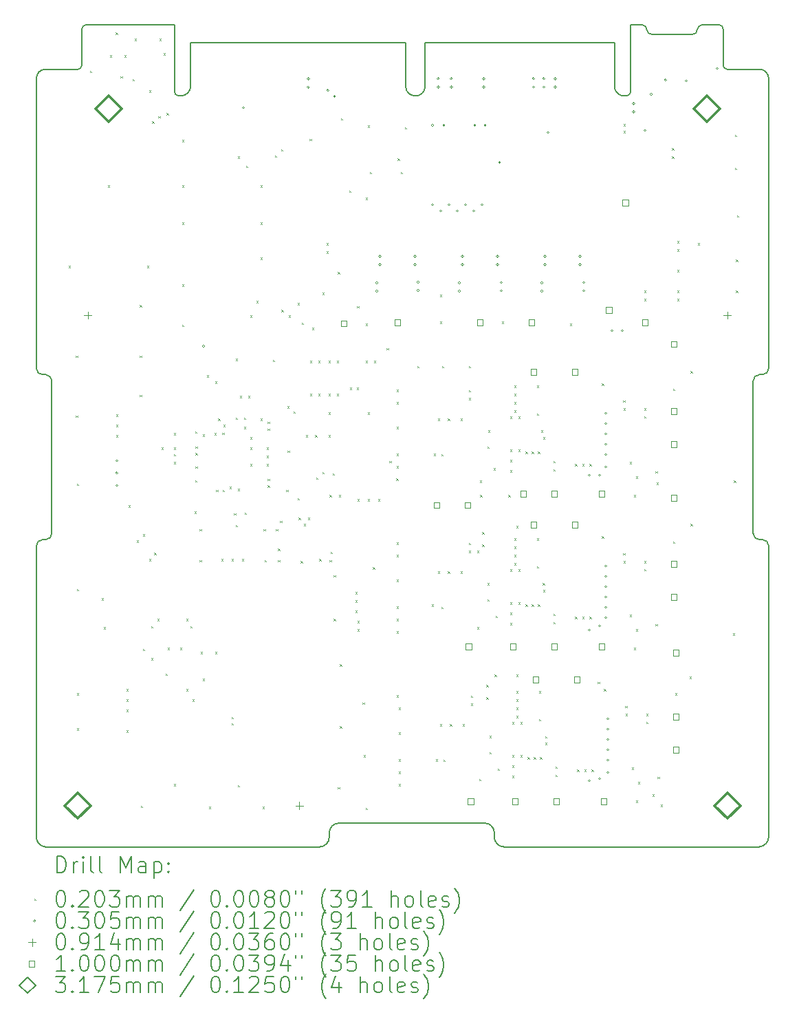
<source format=gbr>
%TF.GenerationSoftware,KiCad,Pcbnew,7.0.5*%
%TF.CreationDate,2023-06-28T17:59:47-04:00*%
%TF.ProjectId,magnetotorqer-drive-board,6d61676e-6574-46f7-946f-727165722d64,A*%
%TF.SameCoordinates,Original*%
%TF.FileFunction,Drillmap*%
%TF.FilePolarity,Positive*%
%FSLAX45Y45*%
G04 Gerber Fmt 4.5, Leading zero omitted, Abs format (unit mm)*
G04 Created by KiCad (PCBNEW 7.0.5) date 2023-06-28 17:59:47*
%MOMM*%
%LPD*%
G01*
G04 APERTURE LIST*
%ADD10C,0.127000*%
%ADD11C,0.200000*%
%ADD12C,0.020320*%
%ADD13C,0.030480*%
%ADD14C,0.091440*%
%ADD15C,0.100000*%
%ADD16C,0.317500*%
G04 APERTURE END LIST*
D10*
X14551660Y-5125717D02*
G75*
G03*
X14488160Y-5186680I0J-63553D01*
G01*
X15367000Y-5786120D02*
G75*
G03*
X15255240Y-5674360I-111770J-10D01*
G01*
X6461760Y-15240000D02*
X9837420Y-15240000D01*
X11988800Y-15067280D02*
G75*
G03*
X11869420Y-14947900I-119390J-10D01*
G01*
X13609320Y-6002030D02*
G75*
G03*
X13670280Y-5943600I1270J59690D01*
G01*
X10896600Y-5880100D02*
X10896600Y-5344160D01*
X6426200Y-9431020D02*
X6464300Y-9431020D01*
X13865859Y-5184140D02*
G75*
G03*
X13929360Y-5245100I61011J0D01*
G01*
X15367000Y-9354820D02*
X15367000Y-5786120D01*
X6459220Y-5674360D02*
G75*
G03*
X6350000Y-5786120I1270J-110490D01*
G01*
X15176500Y-11384280D02*
X15176500Y-9507220D01*
X6426200Y-11460480D02*
X6464300Y-11460480D01*
X15252700Y-11460480D02*
X15290800Y-11460480D01*
X6350000Y-9354820D02*
X6350000Y-5786120D01*
X15252700Y-9431020D02*
X15290800Y-9431020D01*
X11137900Y-5344160D02*
X13468350Y-5344160D01*
X14856460Y-5674360D02*
X15255240Y-5674360D01*
X6350000Y-15113000D02*
G75*
G03*
X6461760Y-15240000I119380J-7620D01*
G01*
X6967220Y-5125720D02*
X8049260Y-5125720D01*
X8049260Y-5938520D02*
X8049260Y-5125720D01*
X8249920Y-5875020D02*
X8249920Y-5344160D01*
X8049252Y-5938519D02*
G75*
G03*
X8105140Y-6002020I59678J-3821D01*
G01*
X13468350Y-5880100D02*
G75*
G03*
X13589000Y-6002020I121270J-650D01*
G01*
X11988800Y-15120620D02*
X11988800Y-15067280D01*
X8128000Y-6002020D02*
G75*
G03*
X8249920Y-5875020I-2540J124460D01*
G01*
X14551660Y-5125720D02*
X14752320Y-5125720D01*
X10896600Y-5880100D02*
G75*
G03*
X11137900Y-5880100I120650J0D01*
G01*
X15367000Y-15113000D02*
X15367000Y-11536680D01*
X6350000Y-9354820D02*
G75*
G03*
X6426200Y-9431020I76200J0D01*
G01*
X14808200Y-5626100D02*
X14808200Y-5181600D01*
X9837420Y-15240000D02*
G75*
G03*
X9956800Y-15120620I0J119380D01*
G01*
X15176500Y-11384280D02*
G75*
G03*
X15252700Y-11460480I76190J-10D01*
G01*
X6540500Y-11384280D02*
X6540500Y-9507220D01*
X6858000Y-5674360D02*
G75*
G03*
X6908800Y-5628640I2540J48260D01*
G01*
X8249920Y-5344160D02*
X10896600Y-5344160D01*
X6908800Y-5628640D02*
X6908800Y-5184140D01*
X13670280Y-5125720D02*
X13804900Y-5125720D01*
X12108180Y-15240000D02*
X15247620Y-15240000D01*
X15367000Y-11536680D02*
G75*
G03*
X15290800Y-11460480I-76210J-10D01*
G01*
X11988800Y-15120620D02*
G75*
G03*
X12108180Y-15240000I119370J-10D01*
G01*
X13670280Y-5943600D02*
X13670280Y-5125720D01*
X6426200Y-11460480D02*
G75*
G03*
X6350000Y-11536680I0J-76200D01*
G01*
X11137900Y-5880100D02*
X11137900Y-5344160D01*
X6459220Y-5674360D02*
X6858000Y-5674360D01*
X13468350Y-5880100D02*
X13468350Y-5344160D01*
X6464300Y-11460480D02*
G75*
G03*
X6540500Y-11384280I0J76200D01*
G01*
X9956800Y-15120620D02*
X9956800Y-15067280D01*
X10076180Y-14947900D02*
X11869420Y-14947900D01*
X6967220Y-5125720D02*
G75*
G03*
X6908800Y-5184140I0J-58420D01*
G01*
X14808200Y-5181600D02*
G75*
G03*
X14752320Y-5125720I-55890J-10D01*
G01*
X13865859Y-5184140D02*
G75*
G03*
X13804900Y-5125720I-59700J-1280D01*
G01*
X10076180Y-14947900D02*
G75*
G03*
X9956800Y-15067280I0J-119380D01*
G01*
X13929360Y-5245100D02*
X14427200Y-5245100D01*
X13589000Y-6002020D02*
X13609320Y-6002020D01*
X6350000Y-15113000D02*
X6350000Y-11536680D01*
X15290800Y-9431020D02*
G75*
G03*
X15367000Y-9354820I0J76200D01*
G01*
X14808200Y-5626100D02*
G75*
G03*
X14856460Y-5674360I48250J-10D01*
G01*
X6540500Y-9507220D02*
G75*
G03*
X6464300Y-9431020I-76200J0D01*
G01*
X14427200Y-5245100D02*
G75*
G03*
X14488160Y-5186680I1270J59690D01*
G01*
X8105140Y-6002020D02*
X8128000Y-6002020D01*
X15247620Y-15240010D02*
G75*
G03*
X15367000Y-15113000I-3820J123200D01*
G01*
X15252700Y-9431020D02*
G75*
G03*
X15176500Y-9507220I0J-76200D01*
G01*
D11*
D12*
X6746240Y-8092440D02*
X6766560Y-8112760D01*
X6766560Y-8092440D02*
X6746240Y-8112760D01*
X6835140Y-9197340D02*
X6855460Y-9217660D01*
X6855460Y-9197340D02*
X6835140Y-9217660D01*
X6835140Y-9933940D02*
X6855460Y-9954260D01*
X6855460Y-9933940D02*
X6835140Y-9954260D01*
X6847840Y-10772140D02*
X6868160Y-10792460D01*
X6868160Y-10772140D02*
X6847840Y-10792460D01*
X6847840Y-12067540D02*
X6868160Y-12087860D01*
X6868160Y-12067540D02*
X6847840Y-12087860D01*
X6847840Y-13350240D02*
X6868160Y-13370560D01*
X6868160Y-13350240D02*
X6847840Y-13370560D01*
X6847840Y-13782040D02*
X6868160Y-13802360D01*
X6868160Y-13782040D02*
X6847840Y-13802360D01*
X7011940Y-5693140D02*
X7032260Y-5713460D01*
X7032260Y-5693140D02*
X7011940Y-5713460D01*
X7152640Y-12181840D02*
X7172960Y-12202160D01*
X7172960Y-12181840D02*
X7152640Y-12202160D01*
X7178040Y-12537440D02*
X7198360Y-12557760D01*
X7198360Y-12537440D02*
X7178040Y-12557760D01*
X7228840Y-7101840D02*
X7249160Y-7122160D01*
X7249160Y-7101840D02*
X7228840Y-7122160D01*
X7254240Y-5501640D02*
X7274560Y-5521960D01*
X7274560Y-5501640D02*
X7254240Y-5521960D01*
X7328790Y-5222240D02*
X7349110Y-5242560D01*
X7349110Y-5222240D02*
X7328790Y-5242560D01*
X7330440Y-9921240D02*
X7350760Y-9941560D01*
X7350760Y-9921240D02*
X7330440Y-9941560D01*
X7330440Y-10048240D02*
X7350760Y-10068560D01*
X7350760Y-10048240D02*
X7330440Y-10068560D01*
X7330440Y-10175240D02*
X7350760Y-10195560D01*
X7350760Y-10175240D02*
X7330440Y-10195560D01*
X7387490Y-5762090D02*
X7407810Y-5782410D01*
X7407810Y-5762090D02*
X7387490Y-5782410D01*
X7432040Y-5501640D02*
X7452360Y-5521960D01*
X7452360Y-5501640D02*
X7432040Y-5521960D01*
X7457440Y-13299440D02*
X7477760Y-13319760D01*
X7477760Y-13299440D02*
X7457440Y-13319760D01*
X7457440Y-13426440D02*
X7477760Y-13446760D01*
X7477760Y-13426440D02*
X7457440Y-13446760D01*
X7457440Y-13553440D02*
X7477760Y-13573760D01*
X7477760Y-13553440D02*
X7457440Y-13573760D01*
X7457440Y-13807440D02*
X7477760Y-13827760D01*
X7477760Y-13807440D02*
X7457440Y-13827760D01*
X7482840Y-11038840D02*
X7503160Y-11059160D01*
X7503160Y-11038840D02*
X7482840Y-11059160D01*
X7532311Y-5793169D02*
X7552631Y-5813489D01*
X7552631Y-5793169D02*
X7532311Y-5813489D01*
X7559040Y-5298440D02*
X7579360Y-5318760D01*
X7579360Y-5298440D02*
X7559040Y-5318760D01*
X7584440Y-11470640D02*
X7604760Y-11490960D01*
X7604760Y-11470640D02*
X7584440Y-11490960D01*
X7622540Y-8575040D02*
X7642860Y-8595360D01*
X7642860Y-8575040D02*
X7622540Y-8595360D01*
X7622540Y-9197340D02*
X7642860Y-9217660D01*
X7642860Y-9197340D02*
X7622540Y-9217660D01*
X7622540Y-9679940D02*
X7642860Y-9700260D01*
X7642860Y-9679940D02*
X7622540Y-9700260D01*
X7635240Y-14734540D02*
X7655560Y-14754860D01*
X7655560Y-14734540D02*
X7635240Y-14754860D01*
X7660640Y-11394440D02*
X7680960Y-11414760D01*
X7680960Y-11394440D02*
X7660640Y-11414760D01*
X7661544Y-12803277D02*
X7681864Y-12823597D01*
X7681864Y-12803277D02*
X7661544Y-12823597D01*
X7711440Y-8092440D02*
X7731760Y-8112760D01*
X7731760Y-8092440D02*
X7711440Y-8112760D01*
X7736840Y-5933440D02*
X7757160Y-5953760D01*
X7757160Y-5933440D02*
X7736840Y-5953760D01*
X7736840Y-11699240D02*
X7757160Y-11719560D01*
X7757160Y-11699240D02*
X7736840Y-11719560D01*
X7762240Y-12524740D02*
X7782560Y-12545060D01*
X7782560Y-12524740D02*
X7762240Y-12545060D01*
X7762240Y-12918440D02*
X7782560Y-12938760D01*
X7782560Y-12918440D02*
X7762240Y-12938760D01*
X7777430Y-6314440D02*
X7797750Y-6334760D01*
X7797750Y-6314440D02*
X7777430Y-6334760D01*
X7800390Y-11623040D02*
X7820710Y-11643360D01*
X7820710Y-11623040D02*
X7800390Y-11643360D01*
X7838440Y-12435840D02*
X7858760Y-12456160D01*
X7858760Y-12435840D02*
X7838440Y-12456160D01*
X7851140Y-6250940D02*
X7871460Y-6271260D01*
X7871460Y-6250940D02*
X7851140Y-6271260D01*
X7863840Y-5298440D02*
X7884160Y-5318760D01*
X7884160Y-5298440D02*
X7863840Y-5318760D01*
X7889240Y-10327640D02*
X7909560Y-10347960D01*
X7909560Y-10327640D02*
X7889240Y-10347960D01*
X7914640Y-5476240D02*
X7934960Y-5496560D01*
X7934960Y-5476240D02*
X7914640Y-5496560D01*
X7940040Y-13108940D02*
X7960360Y-13129260D01*
X7960360Y-13108940D02*
X7940040Y-13129260D01*
X7952740Y-6212840D02*
X7973060Y-6233160D01*
X7973060Y-6212840D02*
X7952740Y-6233160D01*
X7965440Y-12791440D02*
X7985760Y-12811760D01*
X7985760Y-12791440D02*
X7965440Y-12811760D01*
X8041640Y-10149840D02*
X8061960Y-10170160D01*
X8061960Y-10149840D02*
X8041640Y-10170160D01*
X8041640Y-10327640D02*
X8061960Y-10347960D01*
X8061960Y-10327640D02*
X8041640Y-10347960D01*
X8041640Y-10408870D02*
X8061960Y-10429190D01*
X8061960Y-10408870D02*
X8041640Y-10429190D01*
X8041640Y-10505440D02*
X8061960Y-10525760D01*
X8061960Y-10505440D02*
X8041640Y-10525760D01*
X8041640Y-14467840D02*
X8061960Y-14488160D01*
X8061960Y-14467840D02*
X8041640Y-14488160D01*
X8117840Y-12791440D02*
X8138160Y-12811760D01*
X8138160Y-12791440D02*
X8117840Y-12811760D01*
X8143240Y-6543040D02*
X8163560Y-6563360D01*
X8163560Y-6543040D02*
X8143240Y-6563360D01*
X8143240Y-7101840D02*
X8163560Y-7122160D01*
X8163560Y-7101840D02*
X8143240Y-7122160D01*
X8143240Y-7559040D02*
X8163560Y-7579360D01*
X8163560Y-7559040D02*
X8143240Y-7579360D01*
X8143240Y-8321040D02*
X8163560Y-8341360D01*
X8163560Y-8321040D02*
X8143240Y-8341360D01*
X8143240Y-8816340D02*
X8163560Y-8836660D01*
X8163560Y-8816340D02*
X8143240Y-8836660D01*
X8194040Y-12435840D02*
X8214360Y-12456160D01*
X8214360Y-12435840D02*
X8194040Y-12456160D01*
X8194040Y-13299440D02*
X8214360Y-13319760D01*
X8214360Y-13299440D02*
X8194040Y-13319760D01*
X8244840Y-12524740D02*
X8265160Y-12545060D01*
X8265160Y-12524740D02*
X8244840Y-12545060D01*
X8270240Y-13426440D02*
X8290560Y-13446760D01*
X8290560Y-13426440D02*
X8270240Y-13446760D01*
X8295640Y-11115040D02*
X8315960Y-11135360D01*
X8315960Y-11115040D02*
X8295640Y-11135360D01*
X8303140Y-10728840D02*
X8323460Y-10749160D01*
X8323460Y-10728840D02*
X8303140Y-10749160D01*
X8303940Y-10128840D02*
X8324260Y-10149160D01*
X8324260Y-10128840D02*
X8303940Y-10149160D01*
X8308340Y-10314940D02*
X8328660Y-10335260D01*
X8328660Y-10314940D02*
X8308340Y-10335260D01*
X8308340Y-10396170D02*
X8328660Y-10416490D01*
X8328660Y-10396170D02*
X8308340Y-10416490D01*
X8309984Y-10560044D02*
X8330304Y-10580364D01*
X8330304Y-10560044D02*
X8309984Y-10580364D01*
X8359090Y-11330940D02*
X8379410Y-11351260D01*
X8379410Y-11330940D02*
X8359090Y-11351260D01*
X8359140Y-11711940D02*
X8379460Y-11732260D01*
X8379460Y-11711940D02*
X8359140Y-11732260D01*
X8371840Y-12842240D02*
X8392160Y-12862560D01*
X8392160Y-12842240D02*
X8371840Y-12862560D01*
X8397240Y-13172440D02*
X8417560Y-13192760D01*
X8417560Y-13172440D02*
X8397240Y-13192760D01*
X8399315Y-10165593D02*
X8419635Y-10185913D01*
X8419635Y-10165593D02*
X8399315Y-10185913D01*
X8448040Y-9438640D02*
X8468360Y-9458960D01*
X8468360Y-9438640D02*
X8448040Y-9458960D01*
X8473440Y-14747240D02*
X8493760Y-14767560D01*
X8493760Y-14747240D02*
X8473440Y-14767560D01*
X8540211Y-10148515D02*
X8560531Y-10168835D01*
X8560531Y-10148515D02*
X8540211Y-10168835D01*
X8549640Y-9514840D02*
X8569960Y-9535160D01*
X8569960Y-9514840D02*
X8549640Y-9535160D01*
X8549640Y-12842240D02*
X8569960Y-12862560D01*
X8569960Y-12842240D02*
X8549640Y-12862560D01*
X8563940Y-10848340D02*
X8584260Y-10868660D01*
X8584260Y-10848340D02*
X8563940Y-10868660D01*
X8587740Y-9972040D02*
X8608060Y-9992360D01*
X8608060Y-9972040D02*
X8587740Y-9992360D01*
X8625840Y-11699240D02*
X8646160Y-11719560D01*
X8646160Y-11699240D02*
X8625840Y-11719560D01*
X8640546Y-10145313D02*
X8660866Y-10165633D01*
X8660866Y-10145313D02*
X8640546Y-10165633D01*
X8645170Y-10848340D02*
X8665490Y-10868660D01*
X8665490Y-10848340D02*
X8645170Y-10868660D01*
X8651240Y-10048240D02*
X8671560Y-10068560D01*
X8671560Y-10048240D02*
X8651240Y-10068560D01*
X8727440Y-10810240D02*
X8747760Y-10830560D01*
X8747760Y-10810240D02*
X8727440Y-10830560D01*
X8752840Y-11699240D02*
X8773160Y-11719560D01*
X8773160Y-11699240D02*
X8752840Y-11719560D01*
X8752840Y-13642340D02*
X8773160Y-13662660D01*
X8773160Y-13642340D02*
X8752840Y-13662660D01*
X8752840Y-13718540D02*
X8773160Y-13738860D01*
X8773160Y-13718540D02*
X8752840Y-13738860D01*
X8785006Y-11133674D02*
X8805326Y-11153994D01*
X8805326Y-11133674D02*
X8785006Y-11153994D01*
X8803556Y-9959620D02*
X8823876Y-9979940D01*
X8823876Y-9959620D02*
X8803556Y-9979940D01*
X8803640Y-9235440D02*
X8823960Y-9255760D01*
X8823960Y-9235440D02*
X8803640Y-9255760D01*
X8803640Y-11280140D02*
X8823960Y-11300460D01*
X8823960Y-11280140D02*
X8803640Y-11300460D01*
X8829040Y-6746240D02*
X8849360Y-6766560D01*
X8849360Y-6746240D02*
X8829040Y-6766560D01*
X8829040Y-10835640D02*
X8849360Y-10855960D01*
X8849360Y-10835640D02*
X8829040Y-10855960D01*
X8829040Y-14480540D02*
X8849360Y-14500860D01*
X8849360Y-14480540D02*
X8829040Y-14500860D01*
X8854440Y-9692640D02*
X8874760Y-9712960D01*
X8874760Y-9692640D02*
X8854440Y-9712960D01*
X8879840Y-11699240D02*
X8900160Y-11719560D01*
X8900160Y-11699240D02*
X8879840Y-11719560D01*
X8905048Y-9960047D02*
X8925368Y-9980367D01*
X8925368Y-9960047D02*
X8905048Y-9980367D01*
X8905240Y-10073640D02*
X8925560Y-10093960D01*
X8925560Y-10073640D02*
X8905240Y-10093960D01*
X8916322Y-11129358D02*
X8936642Y-11149678D01*
X8936642Y-11129358D02*
X8916322Y-11149678D01*
X8932140Y-6862040D02*
X8952460Y-6882360D01*
X8952460Y-6862040D02*
X8932140Y-6882360D01*
X8956040Y-9692640D02*
X8976360Y-9712960D01*
X8976360Y-9692640D02*
X8956040Y-9712960D01*
X8981440Y-8702040D02*
X9001760Y-8722360D01*
X9001760Y-8702040D02*
X8981440Y-8722360D01*
X8981440Y-10200640D02*
X9001760Y-10220960D01*
X9001760Y-10200640D02*
X8981440Y-10220960D01*
X8981440Y-10327640D02*
X9001760Y-10347960D01*
X9001760Y-10327640D02*
X8981440Y-10347960D01*
X8981440Y-10530840D02*
X9001760Y-10551160D01*
X9001760Y-10530840D02*
X8981440Y-10551160D01*
X9057640Y-8524240D02*
X9077960Y-8544560D01*
X9077960Y-8524240D02*
X9057640Y-8544560D01*
X9108440Y-7101840D02*
X9128760Y-7122160D01*
X9128760Y-7101840D02*
X9108440Y-7122160D01*
X9108440Y-7559040D02*
X9128760Y-7579360D01*
X9128760Y-7559040D02*
X9108440Y-7579360D01*
X9108440Y-7990840D02*
X9128760Y-8011160D01*
X9128760Y-7990840D02*
X9108440Y-8011160D01*
X9108440Y-9972040D02*
X9128760Y-9992360D01*
X9128760Y-9972040D02*
X9108440Y-9992360D01*
X9133840Y-14747240D02*
X9154160Y-14767560D01*
X9154160Y-14747240D02*
X9133840Y-14767560D01*
X9146540Y-11330940D02*
X9166860Y-11351260D01*
X9166860Y-11330940D02*
X9146540Y-11351260D01*
X9159240Y-11711940D02*
X9179560Y-11732260D01*
X9179560Y-11711940D02*
X9159240Y-11732260D01*
X9184640Y-10327640D02*
X9204960Y-10347960D01*
X9204960Y-10327640D02*
X9184640Y-10347960D01*
X9184640Y-10429240D02*
X9204960Y-10449560D01*
X9204960Y-10429240D02*
X9184640Y-10449560D01*
X9184640Y-10530840D02*
X9204960Y-10551160D01*
X9204960Y-10530840D02*
X9184640Y-10551160D01*
X9197340Y-10011510D02*
X9217660Y-10031830D01*
X9217660Y-10011510D02*
X9197340Y-10031830D01*
X9197340Y-10092740D02*
X9217660Y-10113060D01*
X9217660Y-10092740D02*
X9197340Y-10113060D01*
X9197340Y-10711510D02*
X9217660Y-10731830D01*
X9217660Y-10711510D02*
X9197340Y-10731830D01*
X9197340Y-10792740D02*
X9217660Y-10813060D01*
X9217660Y-10792740D02*
X9197340Y-10813060D01*
X9260840Y-9248140D02*
X9281160Y-9268460D01*
X9281160Y-9248140D02*
X9260840Y-9268460D01*
X9286240Y-6732040D02*
X9306560Y-6752360D01*
X9306560Y-6732040D02*
X9286240Y-6752360D01*
X9298940Y-11330940D02*
X9319260Y-11351260D01*
X9319260Y-11330940D02*
X9298940Y-11351260D01*
X9324340Y-11572240D02*
X9344660Y-11592560D01*
X9344660Y-11572240D02*
X9324340Y-11592560D01*
X9324340Y-11711940D02*
X9344660Y-11732260D01*
X9344660Y-11711940D02*
X9324340Y-11732260D01*
X9349740Y-11229340D02*
X9370060Y-11249660D01*
X9370060Y-11229340D02*
X9349740Y-11249660D01*
X9362440Y-6658840D02*
X9382760Y-6679160D01*
X9382760Y-6658840D02*
X9362440Y-6679160D01*
X9369206Y-8632606D02*
X9389526Y-8652926D01*
X9389526Y-8632606D02*
X9369206Y-8652926D01*
X9425940Y-10848340D02*
X9446260Y-10868660D01*
X9446260Y-10848340D02*
X9425940Y-10868660D01*
X9438640Y-9819640D02*
X9458960Y-9839960D01*
X9458960Y-9819640D02*
X9438640Y-9839960D01*
X9443231Y-10364878D02*
X9463551Y-10385198D01*
X9463551Y-10364878D02*
X9443231Y-10385198D01*
X9457740Y-8702040D02*
X9478060Y-8722360D01*
X9478060Y-8702040D02*
X9457740Y-8722360D01*
X9514840Y-9883140D02*
X9535160Y-9903460D01*
X9535160Y-9883140D02*
X9514840Y-9903460D01*
X9565640Y-8549640D02*
X9585960Y-8569960D01*
X9585960Y-8549640D02*
X9565640Y-8569960D01*
X9565640Y-10949940D02*
X9585960Y-10970260D01*
X9585960Y-10949940D02*
X9565640Y-10970260D01*
X9578340Y-11191240D02*
X9598660Y-11211560D01*
X9598660Y-11191240D02*
X9578340Y-11211560D01*
X9603740Y-11724640D02*
X9624060Y-11744960D01*
X9624060Y-11724640D02*
X9603740Y-11744960D01*
X9616440Y-8788450D02*
X9636760Y-8808770D01*
X9636760Y-8788450D02*
X9616440Y-8808770D01*
X9641840Y-11267440D02*
X9662160Y-11287760D01*
X9662160Y-11267440D02*
X9641840Y-11287760D01*
X9667240Y-10175240D02*
X9687560Y-10195560D01*
X9687560Y-10175240D02*
X9667240Y-10195560D01*
X9692640Y-11191240D02*
X9712960Y-11211560D01*
X9712960Y-11191240D02*
X9692640Y-11211560D01*
X9716540Y-6528840D02*
X9736860Y-6549160D01*
X9736860Y-6528840D02*
X9716540Y-6549160D01*
X9718040Y-9260840D02*
X9738360Y-9281160D01*
X9738360Y-9260840D02*
X9718040Y-9281160D01*
X9718040Y-9667240D02*
X9738360Y-9687560D01*
X9738360Y-9667240D02*
X9718040Y-9687560D01*
X9743440Y-8854440D02*
X9763760Y-8874760D01*
X9763760Y-8854440D02*
X9743440Y-8874760D01*
X9781540Y-10175240D02*
X9801860Y-10195560D01*
X9801860Y-10175240D02*
X9781540Y-10195560D01*
X9794240Y-10695940D02*
X9814560Y-10716260D01*
X9814560Y-10695940D02*
X9794240Y-10716260D01*
X9819640Y-9260840D02*
X9839960Y-9281160D01*
X9839960Y-9260840D02*
X9819640Y-9281160D01*
X9819640Y-9667240D02*
X9839960Y-9687560D01*
X9839960Y-9667240D02*
X9819640Y-9687560D01*
X9832340Y-11699240D02*
X9852660Y-11719560D01*
X9852660Y-11699240D02*
X9832340Y-11719560D01*
X9870440Y-8422640D02*
X9890760Y-8442960D01*
X9890760Y-8422640D02*
X9870440Y-8442960D01*
X9870440Y-10628840D02*
X9890760Y-10649160D01*
X9890760Y-10628840D02*
X9870440Y-10649160D01*
X9921240Y-7813040D02*
X9941560Y-7833360D01*
X9941560Y-7813040D02*
X9921240Y-7833360D01*
X9921240Y-7914640D02*
X9941560Y-7934960D01*
X9941560Y-7914640D02*
X9921240Y-7934960D01*
X9946640Y-9260840D02*
X9966960Y-9281160D01*
X9966960Y-9260840D02*
X9946640Y-9281160D01*
X9946640Y-9667240D02*
X9966960Y-9687560D01*
X9966960Y-9667240D02*
X9946640Y-9687560D01*
X9946640Y-9895840D02*
X9966960Y-9916160D01*
X9966960Y-9895840D02*
X9946640Y-9916160D01*
X9946640Y-10175240D02*
X9966960Y-10195560D01*
X9966960Y-10175240D02*
X9946640Y-10195560D01*
X9959340Y-10911840D02*
X9979660Y-10932160D01*
X9979660Y-10911840D02*
X9959340Y-10932160D01*
X9959340Y-11711940D02*
X9979660Y-11732260D01*
X9979660Y-11711940D02*
X9959340Y-11732260D01*
X9972040Y-11610340D02*
X9992360Y-11630660D01*
X9992360Y-11610340D02*
X9972040Y-11630660D01*
X9997440Y-10645140D02*
X10017760Y-10665460D01*
X10017760Y-10645140D02*
X9997440Y-10665460D01*
X10010140Y-11899950D02*
X10030460Y-11920270D01*
X10030460Y-11899950D02*
X10010140Y-11920270D01*
X10010140Y-12435840D02*
X10030460Y-12456160D01*
X10030460Y-12435840D02*
X10010140Y-12456160D01*
X10048240Y-9260840D02*
X10068560Y-9281160D01*
X10068560Y-9260840D02*
X10048240Y-9281160D01*
X10048240Y-9667240D02*
X10068560Y-9687560D01*
X10068560Y-9667240D02*
X10048240Y-9687560D01*
X10060831Y-8169371D02*
X10081151Y-8189691D01*
X10081151Y-8169371D02*
X10060831Y-8189691D01*
X10060940Y-14505940D02*
X10081260Y-14526260D01*
X10081260Y-14505940D02*
X10060940Y-14526260D01*
X10073640Y-10911840D02*
X10093960Y-10932160D01*
X10093960Y-10911840D02*
X10073640Y-10932160D01*
X10086340Y-12994640D02*
X10106660Y-13014960D01*
X10106660Y-12994640D02*
X10086340Y-13014960D01*
X10086340Y-13756640D02*
X10106660Y-13776960D01*
X10106660Y-13756640D02*
X10086340Y-13776960D01*
X10099040Y-6276340D02*
X10119360Y-6296660D01*
X10119360Y-6276340D02*
X10099040Y-6296660D01*
X10200640Y-7165340D02*
X10220960Y-7185660D01*
X10220960Y-7165340D02*
X10200640Y-7185660D01*
X10208460Y-9591040D02*
X10228780Y-9611360D01*
X10228780Y-9591040D02*
X10208460Y-9611360D01*
X10276840Y-12105640D02*
X10297160Y-12125960D01*
X10297160Y-12105640D02*
X10276840Y-12125960D01*
X10276840Y-12207240D02*
X10297160Y-12227560D01*
X10297160Y-12207240D02*
X10276840Y-12227560D01*
X10276840Y-12334240D02*
X10297160Y-12354560D01*
X10297160Y-12334240D02*
X10276840Y-12354560D01*
X10294420Y-9591040D02*
X10314740Y-9611360D01*
X10314740Y-9591040D02*
X10294420Y-9611360D01*
X10299925Y-8585250D02*
X10320245Y-8605570D01*
X10320245Y-8585250D02*
X10299925Y-8605570D01*
X10302240Y-10962640D02*
X10322560Y-10982960D01*
X10322560Y-10962640D02*
X10302240Y-10982960D01*
X10302240Y-12461240D02*
X10322560Y-12481560D01*
X10322560Y-12461240D02*
X10302240Y-12481560D01*
X10302656Y-12562424D02*
X10322976Y-12582744D01*
X10322976Y-12562424D02*
X10302656Y-12582744D01*
X10365740Y-13464540D02*
X10386060Y-13484860D01*
X10386060Y-13464540D02*
X10365740Y-13484860D01*
X10378440Y-14112240D02*
X10398760Y-14132560D01*
X10398760Y-14112240D02*
X10378440Y-14132560D01*
X10403840Y-7254240D02*
X10424160Y-7274560D01*
X10424160Y-7254240D02*
X10403840Y-7274560D01*
X10403840Y-8803640D02*
X10424160Y-8823960D01*
X10424160Y-8803640D02*
X10403840Y-8823960D01*
X10403840Y-9260840D02*
X10424160Y-9281160D01*
X10424160Y-9260840D02*
X10403840Y-9281160D01*
X10403840Y-14759940D02*
X10424160Y-14780260D01*
X10424160Y-14759940D02*
X10403840Y-14780260D01*
X10429240Y-6365240D02*
X10449560Y-6385560D01*
X10449560Y-6365240D02*
X10429240Y-6385560D01*
X10429240Y-9895840D02*
X10449560Y-9916160D01*
X10449560Y-9895840D02*
X10429240Y-9916160D01*
X10429240Y-10962640D02*
X10449560Y-10982960D01*
X10449560Y-10962640D02*
X10429240Y-10982960D01*
X10454640Y-6936740D02*
X10474960Y-6957060D01*
X10474960Y-6936740D02*
X10454640Y-6957060D01*
X10492740Y-11800840D02*
X10513060Y-11821160D01*
X10513060Y-11800840D02*
X10492740Y-11821160D01*
X10505440Y-9260840D02*
X10525760Y-9281160D01*
X10525760Y-9260840D02*
X10505440Y-9281160D01*
X10556240Y-10962640D02*
X10576560Y-10982960D01*
X10576560Y-10962640D02*
X10556240Y-10982960D01*
X10664606Y-9101674D02*
X10684926Y-9121994D01*
X10684926Y-9101674D02*
X10664606Y-9121994D01*
X10695940Y-10492740D02*
X10716260Y-10513060D01*
X10716260Y-10492740D02*
X10695940Y-10513060D01*
X10782056Y-10708640D02*
X10802376Y-10728960D01*
X10802376Y-10708640D02*
X10782056Y-10728960D01*
X10784840Y-9616440D02*
X10805160Y-9636760D01*
X10805160Y-9616440D02*
X10784840Y-9636760D01*
X10784840Y-9768840D02*
X10805160Y-9789160D01*
X10805160Y-9768840D02*
X10784840Y-9789160D01*
X10784840Y-10073640D02*
X10805160Y-10093960D01*
X10805160Y-10073640D02*
X10784840Y-10093960D01*
X10784840Y-10403840D02*
X10805160Y-10424160D01*
X10805160Y-10403840D02*
X10784840Y-10424160D01*
X10784840Y-10556240D02*
X10805160Y-10576560D01*
X10805160Y-10556240D02*
X10784840Y-10576560D01*
X10784840Y-11496040D02*
X10805160Y-11516360D01*
X10805160Y-11496040D02*
X10784840Y-11516360D01*
X10784840Y-11648440D02*
X10805160Y-11668760D01*
X10805160Y-11648440D02*
X10784840Y-11668760D01*
X10784840Y-11953240D02*
X10805160Y-11973560D01*
X10805160Y-11953240D02*
X10784840Y-11973560D01*
X10784840Y-12283440D02*
X10805160Y-12303760D01*
X10805160Y-12283440D02*
X10784840Y-12303760D01*
X10784840Y-12435840D02*
X10805160Y-12456160D01*
X10805160Y-12435840D02*
X10784840Y-12456160D01*
X10784840Y-12588240D02*
X10805160Y-12608560D01*
X10805160Y-12588240D02*
X10784840Y-12608560D01*
X10784840Y-13375640D02*
X10805160Y-13395960D01*
X10805160Y-13375640D02*
X10784840Y-13395960D01*
X10797540Y-6771640D02*
X10817860Y-6791960D01*
X10817860Y-6771640D02*
X10797540Y-6791960D01*
X10810240Y-13528040D02*
X10830560Y-13548360D01*
X10830560Y-13528040D02*
X10810240Y-13548360D01*
X10810240Y-13832840D02*
X10830560Y-13853160D01*
X10830560Y-13832840D02*
X10810240Y-13853160D01*
X10810240Y-14163040D02*
X10830560Y-14183360D01*
X10830560Y-14163040D02*
X10810240Y-14183360D01*
X10810240Y-14315440D02*
X10830560Y-14335760D01*
X10830560Y-14315440D02*
X10810240Y-14335760D01*
X10810240Y-14467840D02*
X10830560Y-14488160D01*
X10830560Y-14467840D02*
X10810240Y-14488160D01*
X10835640Y-6936740D02*
X10855960Y-6957060D01*
X10855960Y-6936740D02*
X10835640Y-6957060D01*
X10886440Y-6384340D02*
X10906760Y-6404660D01*
X10906760Y-6384340D02*
X10886440Y-6404660D01*
X11038840Y-9324340D02*
X11059160Y-9344660D01*
X11059160Y-9324340D02*
X11038840Y-9344660D01*
X11216640Y-12258040D02*
X11236960Y-12278360D01*
X11236960Y-12258040D02*
X11216640Y-12278360D01*
X11242040Y-10403840D02*
X11262360Y-10424160D01*
X11262360Y-10403840D02*
X11242040Y-10424160D01*
X11267440Y-14163040D02*
X11287760Y-14183360D01*
X11287760Y-14163040D02*
X11267440Y-14183360D01*
X11292840Y-9972040D02*
X11313160Y-9992360D01*
X11313160Y-9972040D02*
X11292840Y-9992360D01*
X11292840Y-11851640D02*
X11313160Y-11871960D01*
X11313160Y-11851640D02*
X11292840Y-11871960D01*
X11318240Y-8448040D02*
X11338560Y-8468360D01*
X11338560Y-8448040D02*
X11318240Y-8468360D01*
X11318240Y-8778240D02*
X11338560Y-8798560D01*
X11338560Y-8778240D02*
X11318240Y-8798560D01*
X11318240Y-13731240D02*
X11338560Y-13751560D01*
X11338560Y-13731240D02*
X11318240Y-13751560D01*
X11338640Y-10408840D02*
X11358960Y-10429160D01*
X11358960Y-10408840D02*
X11338640Y-10429160D01*
X11338640Y-12288440D02*
X11358960Y-12308760D01*
X11358960Y-12288440D02*
X11338640Y-12308760D01*
X11343640Y-9324340D02*
X11363960Y-9344660D01*
X11363960Y-9324340D02*
X11343640Y-9344660D01*
X11364040Y-14168040D02*
X11384360Y-14188360D01*
X11384360Y-14168040D02*
X11364040Y-14188360D01*
X11415056Y-9972040D02*
X11435376Y-9992360D01*
X11435376Y-9972040D02*
X11415056Y-9992360D01*
X11415056Y-11851640D02*
X11435376Y-11871960D01*
X11435376Y-11851640D02*
X11415056Y-11871960D01*
X11440456Y-13731240D02*
X11460776Y-13751560D01*
X11460776Y-13731240D02*
X11440456Y-13751560D01*
X11572240Y-9972040D02*
X11592560Y-9992360D01*
X11592560Y-9972040D02*
X11572240Y-9992360D01*
X11572240Y-11851640D02*
X11592560Y-11871960D01*
X11592560Y-11851640D02*
X11572240Y-11871960D01*
X11597640Y-13731240D02*
X11617960Y-13751560D01*
X11617960Y-13731240D02*
X11597640Y-13751560D01*
X11673840Y-9324340D02*
X11694160Y-9344660D01*
X11694160Y-9324340D02*
X11673840Y-9344660D01*
X11673840Y-9623040D02*
X11694160Y-9643360D01*
X11694160Y-9623040D02*
X11673840Y-9643360D01*
X11673840Y-9718040D02*
X11694160Y-9738360D01*
X11694160Y-9718040D02*
X11673840Y-9738360D01*
X11673840Y-11502640D02*
X11694160Y-11522960D01*
X11694160Y-11502640D02*
X11673840Y-11522960D01*
X11673840Y-11597640D02*
X11694160Y-11617960D01*
X11694160Y-11597640D02*
X11673840Y-11617960D01*
X11699240Y-13382240D02*
X11719560Y-13402560D01*
X11719560Y-13382240D02*
X11699240Y-13402560D01*
X11699240Y-13477240D02*
X11719560Y-13497560D01*
X11719560Y-13477240D02*
X11699240Y-13497560D01*
X11775440Y-11597640D02*
X11795760Y-11617960D01*
X11795760Y-11597640D02*
X11775440Y-11617960D01*
X11775440Y-12537440D02*
X11795760Y-12557760D01*
X11795760Y-12537440D02*
X11775440Y-12557760D01*
X11800840Y-14404340D02*
X11821160Y-14424660D01*
X11821160Y-14404340D02*
X11800840Y-14424660D01*
X11810540Y-10735540D02*
X11830860Y-10755860D01*
X11830860Y-10735540D02*
X11810540Y-10755860D01*
X11813540Y-10911840D02*
X11833860Y-10932160D01*
X11833860Y-10911840D02*
X11813540Y-10932160D01*
X11838940Y-11369040D02*
X11859260Y-11389360D01*
X11859260Y-11369040D02*
X11838940Y-11389360D01*
X11838940Y-11521440D02*
X11859260Y-11541760D01*
X11859260Y-11521440D02*
X11838940Y-11541760D01*
X11889740Y-13248640D02*
X11910060Y-13268960D01*
X11910060Y-13248640D02*
X11889740Y-13268960D01*
X11889740Y-13401040D02*
X11910060Y-13421360D01*
X11910060Y-13401040D02*
X11889740Y-13421360D01*
X11902440Y-11996940D02*
X11922760Y-12017260D01*
X11922760Y-11996940D02*
X11902440Y-12017260D01*
X11902440Y-12194540D02*
X11922760Y-12214860D01*
X11922760Y-12194540D02*
X11902440Y-12214860D01*
X11905040Y-10312340D02*
X11925360Y-10332660D01*
X11925360Y-10312340D02*
X11905040Y-10332660D01*
X11909540Y-10117340D02*
X11929860Y-10137660D01*
X11929860Y-10117340D02*
X11909540Y-10137660D01*
X11927840Y-13876540D02*
X11948160Y-13896860D01*
X11948160Y-13876540D02*
X11927840Y-13896860D01*
X11927840Y-14074140D02*
X11948160Y-14094460D01*
X11948160Y-14074140D02*
X11927840Y-14094460D01*
X11978640Y-10581640D02*
X11998960Y-10601960D01*
X11998960Y-10581640D02*
X11978640Y-10601960D01*
X11991340Y-13121640D02*
X12011660Y-13141960D01*
X12011660Y-13121640D02*
X11991340Y-13141960D01*
X12004040Y-12397740D02*
X12024360Y-12418060D01*
X12024360Y-12397740D02*
X12004040Y-12418060D01*
X12029440Y-14277340D02*
X12049760Y-14297660D01*
X12049760Y-14277340D02*
X12029440Y-14297660D01*
X12080240Y-8778240D02*
X12100560Y-8798560D01*
X12100560Y-8778240D02*
X12080240Y-8798560D01*
X12162740Y-10911840D02*
X12183060Y-10932160D01*
X12183060Y-10911840D02*
X12162740Y-10932160D01*
X12181840Y-9946640D02*
X12202160Y-9966960D01*
X12202160Y-9946640D02*
X12181840Y-9966960D01*
X12181840Y-10353040D02*
X12202160Y-10373360D01*
X12202160Y-10353040D02*
X12181840Y-10373360D01*
X12181840Y-10480040D02*
X12202160Y-10500360D01*
X12202160Y-10480040D02*
X12181840Y-10500360D01*
X12181840Y-10607040D02*
X12202160Y-10627360D01*
X12202160Y-10607040D02*
X12181840Y-10627360D01*
X12181840Y-11826240D02*
X12202160Y-11846560D01*
X12202160Y-11826240D02*
X12181840Y-11846560D01*
X12181840Y-12232640D02*
X12202160Y-12252960D01*
X12202160Y-12232640D02*
X12181840Y-12252960D01*
X12181840Y-12359640D02*
X12202160Y-12379960D01*
X12202160Y-12359640D02*
X12181840Y-12379960D01*
X12181840Y-12486640D02*
X12202160Y-12506960D01*
X12202160Y-12486640D02*
X12181840Y-12506960D01*
X12207240Y-13705840D02*
X12227560Y-13726160D01*
X12227560Y-13705840D02*
X12207240Y-13726160D01*
X12207240Y-14112240D02*
X12227560Y-14132560D01*
X12227560Y-14112240D02*
X12207240Y-14132560D01*
X12207240Y-14239240D02*
X12227560Y-14259560D01*
X12227560Y-14239240D02*
X12207240Y-14259560D01*
X12207240Y-14366240D02*
X12227560Y-14386560D01*
X12227560Y-14366240D02*
X12207240Y-14386560D01*
X12232640Y-9565640D02*
X12252960Y-9585960D01*
X12252960Y-9565640D02*
X12232640Y-9585960D01*
X12232640Y-9667240D02*
X12252960Y-9687560D01*
X12252960Y-9667240D02*
X12232640Y-9687560D01*
X12232640Y-9768840D02*
X12252960Y-9789160D01*
X12252960Y-9768840D02*
X12232640Y-9789160D01*
X12232640Y-9870440D02*
X12252960Y-9890760D01*
X12252960Y-9870440D02*
X12232640Y-9890760D01*
X12232640Y-11445240D02*
X12252960Y-11465560D01*
X12252960Y-11445240D02*
X12232640Y-11465560D01*
X12232640Y-11546840D02*
X12252960Y-11567160D01*
X12252960Y-11546840D02*
X12232640Y-11567160D01*
X12232640Y-11648440D02*
X12252960Y-11668760D01*
X12252960Y-11648440D02*
X12232640Y-11668760D01*
X12232640Y-11750040D02*
X12252960Y-11770360D01*
X12252960Y-11750040D02*
X12232640Y-11770360D01*
X12258040Y-11292840D02*
X12278360Y-11313160D01*
X12278360Y-11292840D02*
X12258040Y-11313160D01*
X12258040Y-13121640D02*
X12278360Y-13141960D01*
X12278360Y-13121640D02*
X12258040Y-13141960D01*
X12258040Y-13324840D02*
X12278360Y-13345160D01*
X12278360Y-13324840D02*
X12258040Y-13345160D01*
X12258040Y-13426440D02*
X12278360Y-13446760D01*
X12278360Y-13426440D02*
X12258040Y-13446760D01*
X12258040Y-13528040D02*
X12278360Y-13548360D01*
X12278360Y-13528040D02*
X12258040Y-13548360D01*
X12258040Y-13629640D02*
X12278360Y-13649960D01*
X12278360Y-13629640D02*
X12258040Y-13649960D01*
X12283440Y-9946640D02*
X12303760Y-9966960D01*
X12303760Y-9946640D02*
X12283440Y-9966960D01*
X12283440Y-10353040D02*
X12303760Y-10373360D01*
X12303760Y-10353040D02*
X12283440Y-10373360D01*
X12283440Y-11826240D02*
X12303760Y-11846560D01*
X12303760Y-11826240D02*
X12283440Y-11846560D01*
X12283440Y-12232640D02*
X12303760Y-12252960D01*
X12303760Y-12232640D02*
X12283440Y-12252960D01*
X12308840Y-13705840D02*
X12329160Y-13726160D01*
X12329160Y-13705840D02*
X12308840Y-13726160D01*
X12308840Y-14112240D02*
X12329160Y-14132560D01*
X12329160Y-14112240D02*
X12308840Y-14132560D01*
X12372340Y-10378440D02*
X12392660Y-10398760D01*
X12392660Y-10378440D02*
X12372340Y-10398760D01*
X12372340Y-12258040D02*
X12392660Y-12278360D01*
X12392660Y-12258040D02*
X12372340Y-12278360D01*
X12397740Y-14137640D02*
X12418060Y-14157960D01*
X12418060Y-14137640D02*
X12397740Y-14157960D01*
X12448540Y-10378440D02*
X12468860Y-10398760D01*
X12468860Y-10378440D02*
X12448540Y-10398760D01*
X12448540Y-12258040D02*
X12468860Y-12278360D01*
X12468860Y-12258040D02*
X12448540Y-12278360D01*
X12473940Y-14137640D02*
X12494260Y-14157960D01*
X12494260Y-14137640D02*
X12473940Y-14157960D01*
X12512040Y-9565640D02*
X12532360Y-9585960D01*
X12532360Y-9565640D02*
X12512040Y-9585960D01*
X12512040Y-9908540D02*
X12532360Y-9928860D01*
X12532360Y-9908540D02*
X12512040Y-9928860D01*
X12512040Y-11445240D02*
X12532360Y-11465560D01*
X12532360Y-11445240D02*
X12512040Y-11465560D01*
X12512040Y-11788140D02*
X12532360Y-11808460D01*
X12532360Y-11788140D02*
X12512040Y-11808460D01*
X12524740Y-10378440D02*
X12545060Y-10398760D01*
X12545060Y-10378440D02*
X12524740Y-10398760D01*
X12524740Y-12258040D02*
X12545060Y-12278360D01*
X12545060Y-12258040D02*
X12524740Y-12278360D01*
X12537440Y-13324840D02*
X12557760Y-13345160D01*
X12557760Y-13324840D02*
X12537440Y-13345160D01*
X12537440Y-13667740D02*
X12557760Y-13688060D01*
X12557760Y-13667740D02*
X12537440Y-13688060D01*
X12550140Y-14137640D02*
X12570460Y-14157960D01*
X12570460Y-14137640D02*
X12550140Y-14157960D01*
X12565448Y-10117173D02*
X12585768Y-10137493D01*
X12585768Y-10117173D02*
X12565448Y-10137493D01*
X12586170Y-11996940D02*
X12606490Y-12017260D01*
X12606490Y-11996940D02*
X12586170Y-12017260D01*
X12588240Y-10200640D02*
X12608560Y-10220960D01*
X12608560Y-10200640D02*
X12588240Y-10220960D01*
X12588240Y-12080240D02*
X12608560Y-12100560D01*
X12608560Y-12080240D02*
X12588240Y-12100560D01*
X12613640Y-13878610D02*
X12633960Y-13898930D01*
X12633960Y-13878610D02*
X12613640Y-13898930D01*
X12613640Y-13959840D02*
X12633960Y-13980160D01*
X12633960Y-13959840D02*
X12613640Y-13980160D01*
X12715240Y-10492740D02*
X12735560Y-10513060D01*
X12735560Y-10492740D02*
X12715240Y-10513060D01*
X12715240Y-10594340D02*
X12735560Y-10614660D01*
X12735560Y-10594340D02*
X12715240Y-10614660D01*
X12715240Y-12372340D02*
X12735560Y-12392660D01*
X12735560Y-12372340D02*
X12715240Y-12392660D01*
X12715240Y-12473940D02*
X12735560Y-12494260D01*
X12735560Y-12473940D02*
X12715240Y-12494260D01*
X12740640Y-14251940D02*
X12760960Y-14272260D01*
X12760960Y-14251940D02*
X12740640Y-14272260D01*
X12740640Y-14353540D02*
X12760960Y-14373860D01*
X12760960Y-14353540D02*
X12740640Y-14373860D01*
X12918440Y-8803640D02*
X12938760Y-8823960D01*
X12938760Y-8803640D02*
X12918440Y-8823960D01*
X12981940Y-10530840D02*
X13002260Y-10551160D01*
X13002260Y-10530840D02*
X12981940Y-10551160D01*
X12981940Y-12410440D02*
X13002260Y-12430760D01*
X13002260Y-12410440D02*
X12981940Y-12430760D01*
X13007340Y-14290040D02*
X13027660Y-14310360D01*
X13027660Y-14290040D02*
X13007340Y-14310360D01*
X13070840Y-10530840D02*
X13091160Y-10551160D01*
X13091160Y-10530840D02*
X13070840Y-10551160D01*
X13070840Y-12410440D02*
X13091160Y-12430760D01*
X13091160Y-12410440D02*
X13070840Y-12430760D01*
X13096240Y-14290040D02*
X13116560Y-14310360D01*
X13116560Y-14290040D02*
X13096240Y-14310360D01*
X13159740Y-10530840D02*
X13180060Y-10551160D01*
X13180060Y-10530840D02*
X13159740Y-10551160D01*
X13159740Y-12410440D02*
X13180060Y-12430760D01*
X13180060Y-12410440D02*
X13159740Y-12430760D01*
X13185140Y-14290040D02*
X13205460Y-14310360D01*
X13205460Y-14290040D02*
X13185140Y-14310360D01*
X13261340Y-13210540D02*
X13281660Y-13230860D01*
X13281660Y-13210540D02*
X13261340Y-13230860D01*
X13312140Y-9540240D02*
X13332460Y-9560560D01*
X13332460Y-9540240D02*
X13312140Y-9560560D01*
X13312140Y-11419840D02*
X13332460Y-11440160D01*
X13332460Y-11419840D02*
X13312140Y-11440160D01*
X13337540Y-13299440D02*
X13357860Y-13319760D01*
X13357860Y-13299440D02*
X13337540Y-13319760D01*
X13575040Y-9750040D02*
X13595360Y-9770360D01*
X13595360Y-9750040D02*
X13575040Y-9770360D01*
X13575040Y-11629640D02*
X13595360Y-11649960D01*
X13595360Y-11629640D02*
X13575040Y-11649960D01*
X13578840Y-6347660D02*
X13599160Y-6367980D01*
X13599160Y-6347660D02*
X13578840Y-6367980D01*
X13578840Y-6433620D02*
X13599160Y-6453940D01*
X13599160Y-6433620D02*
X13578840Y-6453940D01*
X13578840Y-9845040D02*
X13599160Y-9865360D01*
X13599160Y-9845040D02*
X13578840Y-9865360D01*
X13578840Y-11724640D02*
X13599160Y-11744960D01*
X13599160Y-11724640D02*
X13578840Y-11744960D01*
X13600440Y-13509240D02*
X13620760Y-13529560D01*
X13620760Y-13509240D02*
X13600440Y-13529560D01*
X13604240Y-13604240D02*
X13624560Y-13624560D01*
X13624560Y-13604240D02*
X13604240Y-13624560D01*
X13655040Y-10505440D02*
X13675360Y-10525760D01*
X13675360Y-10505440D02*
X13655040Y-10525760D01*
X13655040Y-12385040D02*
X13675360Y-12405360D01*
X13675360Y-12385040D02*
X13655040Y-12405360D01*
X13680440Y-14264640D02*
X13700760Y-14284960D01*
X13700760Y-14264640D02*
X13680440Y-14284960D01*
X13705840Y-10911840D02*
X13726160Y-10932160D01*
X13726160Y-10911840D02*
X13705840Y-10932160D01*
X13705840Y-12791440D02*
X13726160Y-12811760D01*
X13726160Y-12791440D02*
X13705840Y-12811760D01*
X13731240Y-10683240D02*
X13751560Y-10703560D01*
X13751560Y-10683240D02*
X13731240Y-10703560D01*
X13731240Y-12562840D02*
X13751560Y-12583160D01*
X13751560Y-12562840D02*
X13731240Y-12583160D01*
X13731240Y-14671040D02*
X13751560Y-14691360D01*
X13751560Y-14671040D02*
X13731240Y-14691360D01*
X13756640Y-14442440D02*
X13776960Y-14462760D01*
X13776960Y-14442440D02*
X13756640Y-14462760D01*
X13832840Y-8397240D02*
X13853160Y-8417560D01*
X13853160Y-8397240D02*
X13832840Y-8417560D01*
X13832840Y-8498840D02*
X13853160Y-8519160D01*
X13853160Y-8498840D02*
X13832840Y-8519160D01*
X13832840Y-9845040D02*
X13853160Y-9865360D01*
X13853160Y-9845040D02*
X13832840Y-9865360D01*
X13832840Y-9940040D02*
X13853160Y-9960360D01*
X13853160Y-9940040D02*
X13832840Y-9960360D01*
X13832840Y-11724640D02*
X13853160Y-11744960D01*
X13853160Y-11724640D02*
X13832840Y-11744960D01*
X13832840Y-11819640D02*
X13853160Y-11839960D01*
X13853160Y-11819640D02*
X13832840Y-11839960D01*
X13858240Y-13604240D02*
X13878560Y-13624560D01*
X13878560Y-13604240D02*
X13858240Y-13624560D01*
X13858240Y-13699240D02*
X13878560Y-13719560D01*
X13878560Y-13699240D02*
X13858240Y-13719560D01*
X13934440Y-14594840D02*
X13954760Y-14615160D01*
X13954760Y-14594840D02*
X13934440Y-14615160D01*
X13972540Y-10619740D02*
X13992860Y-10640060D01*
X13992860Y-10619740D02*
X13972540Y-10640060D01*
X13972540Y-12499340D02*
X13992860Y-12519660D01*
X13992860Y-12499340D02*
X13972540Y-12519660D01*
X13985240Y-10759440D02*
X14005560Y-10779760D01*
X14005560Y-10759440D02*
X13985240Y-10779760D01*
X13997940Y-14378940D02*
X14018260Y-14399260D01*
X14018260Y-14378940D02*
X13997940Y-14399260D01*
X14036040Y-14721840D02*
X14056360Y-14742160D01*
X14056360Y-14721840D02*
X14036040Y-14742160D01*
X14175740Y-6644640D02*
X14196060Y-6664960D01*
X14196060Y-6644640D02*
X14175740Y-6664960D01*
X14175740Y-6746240D02*
X14196060Y-6766560D01*
X14196060Y-6746240D02*
X14175740Y-6766560D01*
X14188440Y-11483340D02*
X14208760Y-11503660D01*
X14208760Y-11483340D02*
X14188440Y-11503660D01*
X14188540Y-9603740D02*
X14208860Y-9624060D01*
X14208860Y-9603740D02*
X14188540Y-9624060D01*
X14213840Y-13350240D02*
X14234160Y-13370560D01*
X14234160Y-13350240D02*
X14213840Y-13370560D01*
X14239240Y-7787640D02*
X14259560Y-7807960D01*
X14259560Y-7787640D02*
X14239240Y-7807960D01*
X14239240Y-7889240D02*
X14259560Y-7909560D01*
X14259560Y-7889240D02*
X14239240Y-7909560D01*
X14239240Y-8143240D02*
X14259560Y-8163560D01*
X14259560Y-8143240D02*
X14239240Y-8163560D01*
X14239240Y-8397240D02*
X14259560Y-8417560D01*
X14259560Y-8397240D02*
X14239240Y-8417560D01*
X14239240Y-8498840D02*
X14259560Y-8519160D01*
X14259560Y-8498840D02*
X14239240Y-8519160D01*
X14391640Y-13147040D02*
X14411960Y-13167360D01*
X14411960Y-13147040D02*
X14391640Y-13167360D01*
X14404340Y-9387840D02*
X14424660Y-9408160D01*
X14424660Y-9387840D02*
X14404340Y-9408160D01*
X14404340Y-11268240D02*
X14424660Y-11288560D01*
X14424660Y-11268240D02*
X14404340Y-11288560D01*
X14493240Y-7813040D02*
X14513560Y-7833360D01*
X14513560Y-7813040D02*
X14493240Y-7833360D01*
X14925040Y-12613640D02*
X14945360Y-12633960D01*
X14945360Y-12613640D02*
X14925040Y-12633960D01*
X14937740Y-10734040D02*
X14958060Y-10754360D01*
X14958060Y-10734040D02*
X14937740Y-10754360D01*
X14950440Y-6479540D02*
X14970760Y-6499860D01*
X14970760Y-6479540D02*
X14950440Y-6499860D01*
X14950440Y-6885940D02*
X14970760Y-6906260D01*
X14970760Y-6885940D02*
X14950440Y-6906260D01*
X14963140Y-8016240D02*
X14983460Y-8036560D01*
X14983460Y-8016240D02*
X14963140Y-8036560D01*
X14963140Y-8397240D02*
X14983460Y-8417560D01*
X14983460Y-8397240D02*
X14963140Y-8417560D01*
X14975840Y-7470140D02*
X14996160Y-7490460D01*
X14996160Y-7470140D02*
X14975840Y-7490460D01*
D13*
X7355840Y-10490200D02*
G75*
G03*
X7355840Y-10490200I-15240J0D01*
G01*
X7355840Y-10641350D02*
G75*
G03*
X7355840Y-10641350I-15240J0D01*
G01*
X7355840Y-10795000D02*
G75*
G03*
X7355840Y-10795000I-15240J0D01*
G01*
X8422640Y-9080500D02*
G75*
G03*
X8422640Y-9080500I-15240J0D01*
G01*
X8913621Y-6146800D02*
G75*
G03*
X8913621Y-6146800I-15240J0D01*
G01*
X9713621Y-5791200D02*
G75*
G03*
X9713621Y-5791200I-15240J0D01*
G01*
X9713621Y-5894381D02*
G75*
G03*
X9713621Y-5894381I-15240J0D01*
G01*
X9953621Y-5930900D02*
G75*
G03*
X9953621Y-5930900I-15240J0D01*
G01*
X10035540Y-6007100D02*
G75*
G03*
X10035540Y-6007100I-15240J0D01*
G01*
X10556240Y-8302100D02*
G75*
G03*
X10556240Y-8302100I-15240J0D01*
G01*
X10556240Y-8403700D02*
G75*
G03*
X10556240Y-8403700I-15240J0D01*
G01*
X10594340Y-7975600D02*
G75*
G03*
X10594340Y-7975600I-15240J0D01*
G01*
X10594340Y-8077200D02*
G75*
G03*
X10594340Y-8077200I-15240J0D01*
G01*
X11026140Y-7975600D02*
G75*
G03*
X11026140Y-7975600I-15240J0D01*
G01*
X11026140Y-8077200D02*
G75*
G03*
X11026140Y-8077200I-15240J0D01*
G01*
X11064240Y-8293100D02*
G75*
G03*
X11064240Y-8293100I-15240J0D01*
G01*
X11064240Y-8394700D02*
G75*
G03*
X11064240Y-8394700I-15240J0D01*
G01*
X11242040Y-6362700D02*
G75*
G03*
X11242040Y-6362700I-15240J0D01*
G01*
X11242040Y-7340600D02*
G75*
G03*
X11242040Y-7340600I-15240J0D01*
G01*
X11313621Y-5789619D02*
G75*
G03*
X11313621Y-5789619I-15240J0D01*
G01*
X11313621Y-5892800D02*
G75*
G03*
X11313621Y-5892800I-15240J0D01*
G01*
X11343640Y-7416800D02*
G75*
G03*
X11343640Y-7416800I-15240J0D01*
G01*
X11381740Y-6362700D02*
G75*
G03*
X11381740Y-6362700I-15240J0D01*
G01*
X11445240Y-7340600D02*
G75*
G03*
X11445240Y-7340600I-15240J0D01*
G01*
X11473621Y-5789619D02*
G75*
G03*
X11473621Y-5789619I-15240J0D01*
G01*
X11473621Y-5892800D02*
G75*
G03*
X11473621Y-5892800I-15240J0D01*
G01*
X11546840Y-7416800D02*
G75*
G03*
X11546840Y-7416800I-15240J0D01*
G01*
X11572240Y-8302100D02*
G75*
G03*
X11572240Y-8302100I-15240J0D01*
G01*
X11572240Y-8403700D02*
G75*
G03*
X11572240Y-8403700I-15240J0D01*
G01*
X11610340Y-7975600D02*
G75*
G03*
X11610340Y-7975600I-15240J0D01*
G01*
X11610340Y-8077200D02*
G75*
G03*
X11610340Y-8077200I-15240J0D01*
G01*
X11648440Y-7340600D02*
G75*
G03*
X11648440Y-7340600I-15240J0D01*
G01*
X11750040Y-7416800D02*
G75*
G03*
X11750040Y-7416800I-15240J0D01*
G01*
X11762740Y-6362700D02*
G75*
G03*
X11762740Y-6362700I-15240J0D01*
G01*
X11851640Y-7340600D02*
G75*
G03*
X11851640Y-7340600I-15240J0D01*
G01*
X11873621Y-5789619D02*
G75*
G03*
X11873621Y-5789619I-15240J0D01*
G01*
X11873621Y-5892800D02*
G75*
G03*
X11873621Y-5892800I-15240J0D01*
G01*
X11889740Y-6362700D02*
G75*
G03*
X11889740Y-6362700I-15240J0D01*
G01*
X12042140Y-7975600D02*
G75*
G03*
X12042140Y-7975600I-15240J0D01*
G01*
X12042140Y-8077200D02*
G75*
G03*
X12042140Y-8077200I-15240J0D01*
G01*
X12067540Y-6819900D02*
G75*
G03*
X12067540Y-6819900I-15240J0D01*
G01*
X12090240Y-8297600D02*
G75*
G03*
X12090240Y-8297600I-15240J0D01*
G01*
X12090240Y-8399200D02*
G75*
G03*
X12090240Y-8399200I-15240J0D01*
G01*
X12486640Y-5789619D02*
G75*
G03*
X12486640Y-5789619I-15240J0D01*
G01*
X12486640Y-5892800D02*
G75*
G03*
X12486640Y-5892800I-15240J0D01*
G01*
X12588240Y-8302100D02*
G75*
G03*
X12588240Y-8302100I-15240J0D01*
G01*
X12588240Y-8403700D02*
G75*
G03*
X12588240Y-8403700I-15240J0D01*
G01*
X12613640Y-5789619D02*
G75*
G03*
X12613640Y-5789619I-15240J0D01*
G01*
X12613640Y-5892800D02*
G75*
G03*
X12613640Y-5892800I-15240J0D01*
G01*
X12626340Y-7975600D02*
G75*
G03*
X12626340Y-7975600I-15240J0D01*
G01*
X12626340Y-8077200D02*
G75*
G03*
X12626340Y-8077200I-15240J0D01*
G01*
X12664440Y-6451600D02*
G75*
G03*
X12664440Y-6451600I-15240J0D01*
G01*
X12753621Y-5789619D02*
G75*
G03*
X12753621Y-5789619I-15240J0D01*
G01*
X12753621Y-5892800D02*
G75*
G03*
X12753621Y-5892800I-15240J0D01*
G01*
X13058140Y-7975600D02*
G75*
G03*
X13058140Y-7975600I-15240J0D01*
G01*
X13058140Y-8077200D02*
G75*
G03*
X13058140Y-8077200I-15240J0D01*
G01*
X13106240Y-8297600D02*
G75*
G03*
X13106240Y-8297600I-15240J0D01*
G01*
X13106240Y-8399200D02*
G75*
G03*
X13106240Y-8399200I-15240J0D01*
G01*
X13172440Y-10668000D02*
G75*
G03*
X13172440Y-10668000I-15240J0D01*
G01*
X13172440Y-12573000D02*
G75*
G03*
X13172440Y-12573000I-15240J0D01*
G01*
X13172440Y-14427200D02*
G75*
G03*
X13172440Y-14427200I-15240J0D01*
G01*
X13299440Y-10668000D02*
G75*
G03*
X13299440Y-10668000I-15240J0D01*
G01*
X13299440Y-12522200D02*
G75*
G03*
X13299440Y-12522200I-15240J0D01*
G01*
X13299440Y-14401800D02*
G75*
G03*
X13299440Y-14401800I-15240J0D01*
G01*
X13375640Y-9906000D02*
G75*
G03*
X13375640Y-9906000I-15240J0D01*
G01*
X13375640Y-10033000D02*
G75*
G03*
X13375640Y-10033000I-15240J0D01*
G01*
X13375640Y-10160000D02*
G75*
G03*
X13375640Y-10160000I-15240J0D01*
G01*
X13375640Y-10287000D02*
G75*
G03*
X13375640Y-10287000I-15240J0D01*
G01*
X13375640Y-10414000D02*
G75*
G03*
X13375640Y-10414000I-15240J0D01*
G01*
X13375640Y-10566400D02*
G75*
G03*
X13375640Y-10566400I-15240J0D01*
G01*
X13375640Y-11785600D02*
G75*
G03*
X13375640Y-11785600I-15240J0D01*
G01*
X13375640Y-11912600D02*
G75*
G03*
X13375640Y-11912600I-15240J0D01*
G01*
X13375640Y-12039600D02*
G75*
G03*
X13375640Y-12039600I-15240J0D01*
G01*
X13375640Y-12166600D02*
G75*
G03*
X13375640Y-12166600I-15240J0D01*
G01*
X13375640Y-12293600D02*
G75*
G03*
X13375640Y-12293600I-15240J0D01*
G01*
X13375640Y-12420600D02*
G75*
G03*
X13375640Y-12420600I-15240J0D01*
G01*
X13401040Y-13665200D02*
G75*
G03*
X13401040Y-13665200I-15240J0D01*
G01*
X13401040Y-13792200D02*
G75*
G03*
X13401040Y-13792200I-15240J0D01*
G01*
X13401040Y-13919200D02*
G75*
G03*
X13401040Y-13919200I-15240J0D01*
G01*
X13401040Y-14046200D02*
G75*
G03*
X13401040Y-14046200I-15240J0D01*
G01*
X13401040Y-14173200D02*
G75*
G03*
X13401040Y-14173200I-15240J0D01*
G01*
X13401040Y-14325600D02*
G75*
G03*
X13401040Y-14325600I-15240J0D01*
G01*
X13451840Y-8890000D02*
G75*
G03*
X13451840Y-8890000I-15240J0D01*
G01*
X13578840Y-8890000D02*
G75*
G03*
X13578840Y-8890000I-15240J0D01*
G01*
X13718540Y-6096000D02*
G75*
G03*
X13718540Y-6096000I-15240J0D01*
G01*
X13718540Y-6197600D02*
G75*
G03*
X13718540Y-6197600I-15240J0D01*
G01*
X13858240Y-6426200D02*
G75*
G03*
X13858240Y-6426200I-15240J0D01*
G01*
X13934440Y-5981700D02*
G75*
G03*
X13934440Y-5981700I-15240J0D01*
G01*
X14110089Y-5805097D02*
G75*
G03*
X14110089Y-5805097I-15240J0D01*
G01*
X14366240Y-5816600D02*
G75*
G03*
X14366240Y-5816600I-15240J0D01*
G01*
X14747240Y-5664200D02*
G75*
G03*
X14747240Y-5664200I-15240J0D01*
G01*
D14*
X6985000Y-8653780D02*
X6985000Y-8745220D01*
X6939280Y-8699500D02*
X7030720Y-8699500D01*
X9588500Y-14686280D02*
X9588500Y-14777720D01*
X9542780Y-14732000D02*
X9634220Y-14732000D01*
X14859000Y-8653780D02*
X14859000Y-8745220D01*
X14813280Y-8699500D02*
X14904720Y-8699500D01*
D15*
X10169956Y-8836456D02*
X10169956Y-8765744D01*
X10099244Y-8765744D01*
X10099244Y-8836456D01*
X10169956Y-8836456D01*
X10830356Y-8823756D02*
X10830356Y-8753044D01*
X10759644Y-8753044D01*
X10759644Y-8823756D01*
X10830356Y-8823756D01*
X11312956Y-11071656D02*
X11312956Y-11000944D01*
X11242244Y-11000944D01*
X11242244Y-11071656D01*
X11312956Y-11071656D01*
X11693956Y-11071656D02*
X11693956Y-11000944D01*
X11623244Y-11000944D01*
X11623244Y-11071656D01*
X11693956Y-11071656D01*
X11706656Y-12811556D02*
X11706656Y-12740844D01*
X11635944Y-12740844D01*
X11635944Y-12811556D01*
X11706656Y-12811556D01*
X11732056Y-14716556D02*
X11732056Y-14645844D01*
X11661344Y-14645844D01*
X11661344Y-14716556D01*
X11732056Y-14716556D01*
X11846356Y-8823756D02*
X11846356Y-8753044D01*
X11775644Y-8753044D01*
X11775644Y-8823756D01*
X11846356Y-8823756D01*
X12252756Y-12811556D02*
X12252756Y-12740844D01*
X12182044Y-12740844D01*
X12182044Y-12811556D01*
X12252756Y-12811556D01*
X12278156Y-14716556D02*
X12278156Y-14645844D01*
X12207444Y-14645844D01*
X12207444Y-14716556D01*
X12278156Y-14716556D01*
X12379756Y-10931956D02*
X12379756Y-10861244D01*
X12309044Y-10861244D01*
X12309044Y-10931956D01*
X12379756Y-10931956D01*
X12481356Y-8823756D02*
X12481356Y-8753044D01*
X12410644Y-8753044D01*
X12410644Y-8823756D01*
X12481356Y-8823756D01*
X12506756Y-9433356D02*
X12506756Y-9362644D01*
X12436044Y-9362644D01*
X12436044Y-9433356D01*
X12506756Y-9433356D01*
X12506756Y-11312956D02*
X12506756Y-11242244D01*
X12436044Y-11242244D01*
X12436044Y-11312956D01*
X12506756Y-11312956D01*
X12532156Y-13217956D02*
X12532156Y-13147244D01*
X12461444Y-13147244D01*
X12461444Y-13217956D01*
X12532156Y-13217956D01*
X12760756Y-10931956D02*
X12760756Y-10861244D01*
X12690044Y-10861244D01*
X12690044Y-10931956D01*
X12760756Y-10931956D01*
X12760756Y-12811556D02*
X12760756Y-12740844D01*
X12690044Y-12740844D01*
X12690044Y-12811556D01*
X12760756Y-12811556D01*
X12786156Y-14716556D02*
X12786156Y-14645844D01*
X12715444Y-14645844D01*
X12715444Y-14716556D01*
X12786156Y-14716556D01*
X13014756Y-9433356D02*
X13014756Y-9362644D01*
X12944044Y-9362644D01*
X12944044Y-9433356D01*
X13014756Y-9433356D01*
X13014756Y-11312956D02*
X13014756Y-11242244D01*
X12944044Y-11242244D01*
X12944044Y-11312956D01*
X13014756Y-11312956D01*
X13040156Y-13217956D02*
X13040156Y-13147244D01*
X12969444Y-13147244D01*
X12969444Y-13217956D01*
X13040156Y-13217956D01*
X13344956Y-10931956D02*
X13344956Y-10861244D01*
X13274244Y-10861244D01*
X13274244Y-10931956D01*
X13344956Y-10931956D01*
X13344956Y-12811556D02*
X13344956Y-12740844D01*
X13274244Y-12740844D01*
X13274244Y-12811556D01*
X13344956Y-12811556D01*
X13370356Y-14716556D02*
X13370356Y-14645844D01*
X13299644Y-14645844D01*
X13299644Y-14716556D01*
X13370356Y-14716556D01*
X13433856Y-8671356D02*
X13433856Y-8600644D01*
X13363144Y-8600644D01*
X13363144Y-8671356D01*
X13433856Y-8671356D01*
X13637056Y-7350556D02*
X13637056Y-7279844D01*
X13566344Y-7279844D01*
X13566344Y-7350556D01*
X13637056Y-7350556D01*
X13878356Y-8823756D02*
X13878356Y-8753044D01*
X13807644Y-8753044D01*
X13807644Y-8823756D01*
X13878356Y-8823756D01*
X14233956Y-9090456D02*
X14233956Y-9019744D01*
X14163244Y-9019744D01*
X14163244Y-9090456D01*
X14233956Y-9090456D01*
X14233956Y-9915956D02*
X14233956Y-9845244D01*
X14163244Y-9845244D01*
X14163244Y-9915956D01*
X14233956Y-9915956D01*
X14233956Y-10322356D02*
X14233956Y-10251644D01*
X14163244Y-10251644D01*
X14163244Y-10322356D01*
X14233956Y-10322356D01*
X14233956Y-10982756D02*
X14233956Y-10912044D01*
X14163244Y-10912044D01*
X14163244Y-10982756D01*
X14233956Y-10982756D01*
X14233956Y-11795556D02*
X14233956Y-11724844D01*
X14163244Y-11724844D01*
X14163244Y-11795556D01*
X14233956Y-11795556D01*
X14233956Y-12201956D02*
X14233956Y-12131244D01*
X14163244Y-12131244D01*
X14163244Y-12201956D01*
X14233956Y-12201956D01*
X14259356Y-12887756D02*
X14259356Y-12817044D01*
X14188644Y-12817044D01*
X14188644Y-12887756D01*
X14259356Y-12887756D01*
X14259356Y-13675156D02*
X14259356Y-13604444D01*
X14188644Y-13604444D01*
X14188644Y-13675156D01*
X14259356Y-13675156D01*
X14259356Y-14081556D02*
X14259356Y-14010844D01*
X14188644Y-14010844D01*
X14188644Y-14081556D01*
X14259356Y-14081556D01*
D16*
X6858000Y-14890750D02*
X7016750Y-14732000D01*
X6858000Y-14573250D01*
X6699250Y-14732000D01*
X6858000Y-14890750D01*
X7239000Y-6318250D02*
X7397750Y-6159500D01*
X7239000Y-6000750D01*
X7080250Y-6159500D01*
X7239000Y-6318250D01*
X14605000Y-6318250D02*
X14763750Y-6159500D01*
X14605000Y-6000750D01*
X14446250Y-6159500D01*
X14605000Y-6318250D01*
X14859000Y-14890750D02*
X15017750Y-14732000D01*
X14859000Y-14573250D01*
X14700250Y-14732000D01*
X14859000Y-14890750D01*
D11*
X6604184Y-15557834D02*
X6604184Y-15357834D01*
X6604184Y-15357834D02*
X6651803Y-15357834D01*
X6651803Y-15357834D02*
X6680374Y-15367358D01*
X6680374Y-15367358D02*
X6699422Y-15386405D01*
X6699422Y-15386405D02*
X6708946Y-15405453D01*
X6708946Y-15405453D02*
X6718470Y-15443548D01*
X6718470Y-15443548D02*
X6718470Y-15472119D01*
X6718470Y-15472119D02*
X6708946Y-15510215D01*
X6708946Y-15510215D02*
X6699422Y-15529262D01*
X6699422Y-15529262D02*
X6680374Y-15548310D01*
X6680374Y-15548310D02*
X6651803Y-15557834D01*
X6651803Y-15557834D02*
X6604184Y-15557834D01*
X6804184Y-15557834D02*
X6804184Y-15424500D01*
X6804184Y-15462596D02*
X6813708Y-15443548D01*
X6813708Y-15443548D02*
X6823231Y-15434024D01*
X6823231Y-15434024D02*
X6842279Y-15424500D01*
X6842279Y-15424500D02*
X6861327Y-15424500D01*
X6927993Y-15557834D02*
X6927993Y-15424500D01*
X6927993Y-15357834D02*
X6918470Y-15367358D01*
X6918470Y-15367358D02*
X6927993Y-15376881D01*
X6927993Y-15376881D02*
X6937517Y-15367358D01*
X6937517Y-15367358D02*
X6927993Y-15357834D01*
X6927993Y-15357834D02*
X6927993Y-15376881D01*
X7051803Y-15557834D02*
X7032755Y-15548310D01*
X7032755Y-15548310D02*
X7023231Y-15529262D01*
X7023231Y-15529262D02*
X7023231Y-15357834D01*
X7156565Y-15557834D02*
X7137517Y-15548310D01*
X7137517Y-15548310D02*
X7127993Y-15529262D01*
X7127993Y-15529262D02*
X7127993Y-15357834D01*
X7385136Y-15557834D02*
X7385136Y-15357834D01*
X7385136Y-15357834D02*
X7451803Y-15500691D01*
X7451803Y-15500691D02*
X7518470Y-15357834D01*
X7518470Y-15357834D02*
X7518470Y-15557834D01*
X7699422Y-15557834D02*
X7699422Y-15453072D01*
X7699422Y-15453072D02*
X7689898Y-15434024D01*
X7689898Y-15434024D02*
X7670851Y-15424500D01*
X7670851Y-15424500D02*
X7632755Y-15424500D01*
X7632755Y-15424500D02*
X7613708Y-15434024D01*
X7699422Y-15548310D02*
X7680374Y-15557834D01*
X7680374Y-15557834D02*
X7632755Y-15557834D01*
X7632755Y-15557834D02*
X7613708Y-15548310D01*
X7613708Y-15548310D02*
X7604184Y-15529262D01*
X7604184Y-15529262D02*
X7604184Y-15510215D01*
X7604184Y-15510215D02*
X7613708Y-15491167D01*
X7613708Y-15491167D02*
X7632755Y-15481643D01*
X7632755Y-15481643D02*
X7680374Y-15481643D01*
X7680374Y-15481643D02*
X7699422Y-15472119D01*
X7794660Y-15424500D02*
X7794660Y-15624500D01*
X7794660Y-15434024D02*
X7813708Y-15424500D01*
X7813708Y-15424500D02*
X7851803Y-15424500D01*
X7851803Y-15424500D02*
X7870851Y-15434024D01*
X7870851Y-15434024D02*
X7880374Y-15443548D01*
X7880374Y-15443548D02*
X7889898Y-15462596D01*
X7889898Y-15462596D02*
X7889898Y-15519738D01*
X7889898Y-15519738D02*
X7880374Y-15538786D01*
X7880374Y-15538786D02*
X7870851Y-15548310D01*
X7870851Y-15548310D02*
X7851803Y-15557834D01*
X7851803Y-15557834D02*
X7813708Y-15557834D01*
X7813708Y-15557834D02*
X7794660Y-15548310D01*
X7975612Y-15538786D02*
X7985136Y-15548310D01*
X7985136Y-15548310D02*
X7975612Y-15557834D01*
X7975612Y-15557834D02*
X7966089Y-15548310D01*
X7966089Y-15548310D02*
X7975612Y-15538786D01*
X7975612Y-15538786D02*
X7975612Y-15557834D01*
X7975612Y-15434024D02*
X7985136Y-15443548D01*
X7985136Y-15443548D02*
X7975612Y-15453072D01*
X7975612Y-15453072D02*
X7966089Y-15443548D01*
X7966089Y-15443548D02*
X7975612Y-15434024D01*
X7975612Y-15434024D02*
X7975612Y-15453072D01*
D12*
X6323087Y-15876190D02*
X6343407Y-15896510D01*
X6343407Y-15876190D02*
X6323087Y-15896510D01*
D11*
X6642279Y-15777834D02*
X6661327Y-15777834D01*
X6661327Y-15777834D02*
X6680374Y-15787358D01*
X6680374Y-15787358D02*
X6689898Y-15796881D01*
X6689898Y-15796881D02*
X6699422Y-15815929D01*
X6699422Y-15815929D02*
X6708946Y-15854024D01*
X6708946Y-15854024D02*
X6708946Y-15901643D01*
X6708946Y-15901643D02*
X6699422Y-15939738D01*
X6699422Y-15939738D02*
X6689898Y-15958786D01*
X6689898Y-15958786D02*
X6680374Y-15968310D01*
X6680374Y-15968310D02*
X6661327Y-15977834D01*
X6661327Y-15977834D02*
X6642279Y-15977834D01*
X6642279Y-15977834D02*
X6623231Y-15968310D01*
X6623231Y-15968310D02*
X6613708Y-15958786D01*
X6613708Y-15958786D02*
X6604184Y-15939738D01*
X6604184Y-15939738D02*
X6594660Y-15901643D01*
X6594660Y-15901643D02*
X6594660Y-15854024D01*
X6594660Y-15854024D02*
X6604184Y-15815929D01*
X6604184Y-15815929D02*
X6613708Y-15796881D01*
X6613708Y-15796881D02*
X6623231Y-15787358D01*
X6623231Y-15787358D02*
X6642279Y-15777834D01*
X6794660Y-15958786D02*
X6804184Y-15968310D01*
X6804184Y-15968310D02*
X6794660Y-15977834D01*
X6794660Y-15977834D02*
X6785136Y-15968310D01*
X6785136Y-15968310D02*
X6794660Y-15958786D01*
X6794660Y-15958786D02*
X6794660Y-15977834D01*
X6880374Y-15796881D02*
X6889898Y-15787358D01*
X6889898Y-15787358D02*
X6908946Y-15777834D01*
X6908946Y-15777834D02*
X6956565Y-15777834D01*
X6956565Y-15777834D02*
X6975612Y-15787358D01*
X6975612Y-15787358D02*
X6985136Y-15796881D01*
X6985136Y-15796881D02*
X6994660Y-15815929D01*
X6994660Y-15815929D02*
X6994660Y-15834977D01*
X6994660Y-15834977D02*
X6985136Y-15863548D01*
X6985136Y-15863548D02*
X6870851Y-15977834D01*
X6870851Y-15977834D02*
X6994660Y-15977834D01*
X7118470Y-15777834D02*
X7137517Y-15777834D01*
X7137517Y-15777834D02*
X7156565Y-15787358D01*
X7156565Y-15787358D02*
X7166089Y-15796881D01*
X7166089Y-15796881D02*
X7175612Y-15815929D01*
X7175612Y-15815929D02*
X7185136Y-15854024D01*
X7185136Y-15854024D02*
X7185136Y-15901643D01*
X7185136Y-15901643D02*
X7175612Y-15939738D01*
X7175612Y-15939738D02*
X7166089Y-15958786D01*
X7166089Y-15958786D02*
X7156565Y-15968310D01*
X7156565Y-15968310D02*
X7137517Y-15977834D01*
X7137517Y-15977834D02*
X7118470Y-15977834D01*
X7118470Y-15977834D02*
X7099422Y-15968310D01*
X7099422Y-15968310D02*
X7089898Y-15958786D01*
X7089898Y-15958786D02*
X7080374Y-15939738D01*
X7080374Y-15939738D02*
X7070851Y-15901643D01*
X7070851Y-15901643D02*
X7070851Y-15854024D01*
X7070851Y-15854024D02*
X7080374Y-15815929D01*
X7080374Y-15815929D02*
X7089898Y-15796881D01*
X7089898Y-15796881D02*
X7099422Y-15787358D01*
X7099422Y-15787358D02*
X7118470Y-15777834D01*
X7251803Y-15777834D02*
X7375612Y-15777834D01*
X7375612Y-15777834D02*
X7308946Y-15854024D01*
X7308946Y-15854024D02*
X7337517Y-15854024D01*
X7337517Y-15854024D02*
X7356565Y-15863548D01*
X7356565Y-15863548D02*
X7366089Y-15873072D01*
X7366089Y-15873072D02*
X7375612Y-15892119D01*
X7375612Y-15892119D02*
X7375612Y-15939738D01*
X7375612Y-15939738D02*
X7366089Y-15958786D01*
X7366089Y-15958786D02*
X7356565Y-15968310D01*
X7356565Y-15968310D02*
X7337517Y-15977834D01*
X7337517Y-15977834D02*
X7280374Y-15977834D01*
X7280374Y-15977834D02*
X7261327Y-15968310D01*
X7261327Y-15968310D02*
X7251803Y-15958786D01*
X7461327Y-15977834D02*
X7461327Y-15844500D01*
X7461327Y-15863548D02*
X7470851Y-15854024D01*
X7470851Y-15854024D02*
X7489898Y-15844500D01*
X7489898Y-15844500D02*
X7518470Y-15844500D01*
X7518470Y-15844500D02*
X7537517Y-15854024D01*
X7537517Y-15854024D02*
X7547041Y-15873072D01*
X7547041Y-15873072D02*
X7547041Y-15977834D01*
X7547041Y-15873072D02*
X7556565Y-15854024D01*
X7556565Y-15854024D02*
X7575612Y-15844500D01*
X7575612Y-15844500D02*
X7604184Y-15844500D01*
X7604184Y-15844500D02*
X7623232Y-15854024D01*
X7623232Y-15854024D02*
X7632755Y-15873072D01*
X7632755Y-15873072D02*
X7632755Y-15977834D01*
X7727993Y-15977834D02*
X7727993Y-15844500D01*
X7727993Y-15863548D02*
X7737517Y-15854024D01*
X7737517Y-15854024D02*
X7756565Y-15844500D01*
X7756565Y-15844500D02*
X7785136Y-15844500D01*
X7785136Y-15844500D02*
X7804184Y-15854024D01*
X7804184Y-15854024D02*
X7813708Y-15873072D01*
X7813708Y-15873072D02*
X7813708Y-15977834D01*
X7813708Y-15873072D02*
X7823232Y-15854024D01*
X7823232Y-15854024D02*
X7842279Y-15844500D01*
X7842279Y-15844500D02*
X7870851Y-15844500D01*
X7870851Y-15844500D02*
X7889898Y-15854024D01*
X7889898Y-15854024D02*
X7899422Y-15873072D01*
X7899422Y-15873072D02*
X7899422Y-15977834D01*
X8289898Y-15768310D02*
X8118470Y-16025453D01*
X8547041Y-15777834D02*
X8566089Y-15777834D01*
X8566089Y-15777834D02*
X8585137Y-15787358D01*
X8585137Y-15787358D02*
X8594660Y-15796881D01*
X8594660Y-15796881D02*
X8604184Y-15815929D01*
X8604184Y-15815929D02*
X8613708Y-15854024D01*
X8613708Y-15854024D02*
X8613708Y-15901643D01*
X8613708Y-15901643D02*
X8604184Y-15939738D01*
X8604184Y-15939738D02*
X8594660Y-15958786D01*
X8594660Y-15958786D02*
X8585137Y-15968310D01*
X8585137Y-15968310D02*
X8566089Y-15977834D01*
X8566089Y-15977834D02*
X8547041Y-15977834D01*
X8547041Y-15977834D02*
X8527994Y-15968310D01*
X8527994Y-15968310D02*
X8518470Y-15958786D01*
X8518470Y-15958786D02*
X8508946Y-15939738D01*
X8508946Y-15939738D02*
X8499422Y-15901643D01*
X8499422Y-15901643D02*
X8499422Y-15854024D01*
X8499422Y-15854024D02*
X8508946Y-15815929D01*
X8508946Y-15815929D02*
X8518470Y-15796881D01*
X8518470Y-15796881D02*
X8527994Y-15787358D01*
X8527994Y-15787358D02*
X8547041Y-15777834D01*
X8699422Y-15958786D02*
X8708946Y-15968310D01*
X8708946Y-15968310D02*
X8699422Y-15977834D01*
X8699422Y-15977834D02*
X8689898Y-15968310D01*
X8689898Y-15968310D02*
X8699422Y-15958786D01*
X8699422Y-15958786D02*
X8699422Y-15977834D01*
X8832756Y-15777834D02*
X8851803Y-15777834D01*
X8851803Y-15777834D02*
X8870851Y-15787358D01*
X8870851Y-15787358D02*
X8880375Y-15796881D01*
X8880375Y-15796881D02*
X8889898Y-15815929D01*
X8889898Y-15815929D02*
X8899422Y-15854024D01*
X8899422Y-15854024D02*
X8899422Y-15901643D01*
X8899422Y-15901643D02*
X8889898Y-15939738D01*
X8889898Y-15939738D02*
X8880375Y-15958786D01*
X8880375Y-15958786D02*
X8870851Y-15968310D01*
X8870851Y-15968310D02*
X8851803Y-15977834D01*
X8851803Y-15977834D02*
X8832756Y-15977834D01*
X8832756Y-15977834D02*
X8813708Y-15968310D01*
X8813708Y-15968310D02*
X8804184Y-15958786D01*
X8804184Y-15958786D02*
X8794660Y-15939738D01*
X8794660Y-15939738D02*
X8785137Y-15901643D01*
X8785137Y-15901643D02*
X8785137Y-15854024D01*
X8785137Y-15854024D02*
X8794660Y-15815929D01*
X8794660Y-15815929D02*
X8804184Y-15796881D01*
X8804184Y-15796881D02*
X8813708Y-15787358D01*
X8813708Y-15787358D02*
X8832756Y-15777834D01*
X9023232Y-15777834D02*
X9042279Y-15777834D01*
X9042279Y-15777834D02*
X9061327Y-15787358D01*
X9061327Y-15787358D02*
X9070851Y-15796881D01*
X9070851Y-15796881D02*
X9080375Y-15815929D01*
X9080375Y-15815929D02*
X9089898Y-15854024D01*
X9089898Y-15854024D02*
X9089898Y-15901643D01*
X9089898Y-15901643D02*
X9080375Y-15939738D01*
X9080375Y-15939738D02*
X9070851Y-15958786D01*
X9070851Y-15958786D02*
X9061327Y-15968310D01*
X9061327Y-15968310D02*
X9042279Y-15977834D01*
X9042279Y-15977834D02*
X9023232Y-15977834D01*
X9023232Y-15977834D02*
X9004184Y-15968310D01*
X9004184Y-15968310D02*
X8994660Y-15958786D01*
X8994660Y-15958786D02*
X8985137Y-15939738D01*
X8985137Y-15939738D02*
X8975613Y-15901643D01*
X8975613Y-15901643D02*
X8975613Y-15854024D01*
X8975613Y-15854024D02*
X8985137Y-15815929D01*
X8985137Y-15815929D02*
X8994660Y-15796881D01*
X8994660Y-15796881D02*
X9004184Y-15787358D01*
X9004184Y-15787358D02*
X9023232Y-15777834D01*
X9204184Y-15863548D02*
X9185137Y-15854024D01*
X9185137Y-15854024D02*
X9175613Y-15844500D01*
X9175613Y-15844500D02*
X9166089Y-15825453D01*
X9166089Y-15825453D02*
X9166089Y-15815929D01*
X9166089Y-15815929D02*
X9175613Y-15796881D01*
X9175613Y-15796881D02*
X9185137Y-15787358D01*
X9185137Y-15787358D02*
X9204184Y-15777834D01*
X9204184Y-15777834D02*
X9242279Y-15777834D01*
X9242279Y-15777834D02*
X9261327Y-15787358D01*
X9261327Y-15787358D02*
X9270851Y-15796881D01*
X9270851Y-15796881D02*
X9280375Y-15815929D01*
X9280375Y-15815929D02*
X9280375Y-15825453D01*
X9280375Y-15825453D02*
X9270851Y-15844500D01*
X9270851Y-15844500D02*
X9261327Y-15854024D01*
X9261327Y-15854024D02*
X9242279Y-15863548D01*
X9242279Y-15863548D02*
X9204184Y-15863548D01*
X9204184Y-15863548D02*
X9185137Y-15873072D01*
X9185137Y-15873072D02*
X9175613Y-15882596D01*
X9175613Y-15882596D02*
X9166089Y-15901643D01*
X9166089Y-15901643D02*
X9166089Y-15939738D01*
X9166089Y-15939738D02*
X9175613Y-15958786D01*
X9175613Y-15958786D02*
X9185137Y-15968310D01*
X9185137Y-15968310D02*
X9204184Y-15977834D01*
X9204184Y-15977834D02*
X9242279Y-15977834D01*
X9242279Y-15977834D02*
X9261327Y-15968310D01*
X9261327Y-15968310D02*
X9270851Y-15958786D01*
X9270851Y-15958786D02*
X9280375Y-15939738D01*
X9280375Y-15939738D02*
X9280375Y-15901643D01*
X9280375Y-15901643D02*
X9270851Y-15882596D01*
X9270851Y-15882596D02*
X9261327Y-15873072D01*
X9261327Y-15873072D02*
X9242279Y-15863548D01*
X9404184Y-15777834D02*
X9423232Y-15777834D01*
X9423232Y-15777834D02*
X9442279Y-15787358D01*
X9442279Y-15787358D02*
X9451803Y-15796881D01*
X9451803Y-15796881D02*
X9461327Y-15815929D01*
X9461327Y-15815929D02*
X9470851Y-15854024D01*
X9470851Y-15854024D02*
X9470851Y-15901643D01*
X9470851Y-15901643D02*
X9461327Y-15939738D01*
X9461327Y-15939738D02*
X9451803Y-15958786D01*
X9451803Y-15958786D02*
X9442279Y-15968310D01*
X9442279Y-15968310D02*
X9423232Y-15977834D01*
X9423232Y-15977834D02*
X9404184Y-15977834D01*
X9404184Y-15977834D02*
X9385137Y-15968310D01*
X9385137Y-15968310D02*
X9375613Y-15958786D01*
X9375613Y-15958786D02*
X9366089Y-15939738D01*
X9366089Y-15939738D02*
X9356565Y-15901643D01*
X9356565Y-15901643D02*
X9356565Y-15854024D01*
X9356565Y-15854024D02*
X9366089Y-15815929D01*
X9366089Y-15815929D02*
X9375613Y-15796881D01*
X9375613Y-15796881D02*
X9385137Y-15787358D01*
X9385137Y-15787358D02*
X9404184Y-15777834D01*
X9547041Y-15777834D02*
X9547041Y-15815929D01*
X9623232Y-15777834D02*
X9623232Y-15815929D01*
X9918470Y-16054024D02*
X9908946Y-16044500D01*
X9908946Y-16044500D02*
X9889899Y-16015929D01*
X9889899Y-16015929D02*
X9880375Y-15996881D01*
X9880375Y-15996881D02*
X9870851Y-15968310D01*
X9870851Y-15968310D02*
X9861327Y-15920691D01*
X9861327Y-15920691D02*
X9861327Y-15882596D01*
X9861327Y-15882596D02*
X9870851Y-15834977D01*
X9870851Y-15834977D02*
X9880375Y-15806405D01*
X9880375Y-15806405D02*
X9889899Y-15787358D01*
X9889899Y-15787358D02*
X9908946Y-15758786D01*
X9908946Y-15758786D02*
X9918470Y-15749262D01*
X9975613Y-15777834D02*
X10099422Y-15777834D01*
X10099422Y-15777834D02*
X10032756Y-15854024D01*
X10032756Y-15854024D02*
X10061327Y-15854024D01*
X10061327Y-15854024D02*
X10080375Y-15863548D01*
X10080375Y-15863548D02*
X10089899Y-15873072D01*
X10089899Y-15873072D02*
X10099422Y-15892119D01*
X10099422Y-15892119D02*
X10099422Y-15939738D01*
X10099422Y-15939738D02*
X10089899Y-15958786D01*
X10089899Y-15958786D02*
X10080375Y-15968310D01*
X10080375Y-15968310D02*
X10061327Y-15977834D01*
X10061327Y-15977834D02*
X10004184Y-15977834D01*
X10004184Y-15977834D02*
X9985137Y-15968310D01*
X9985137Y-15968310D02*
X9975613Y-15958786D01*
X10194660Y-15977834D02*
X10232756Y-15977834D01*
X10232756Y-15977834D02*
X10251803Y-15968310D01*
X10251803Y-15968310D02*
X10261327Y-15958786D01*
X10261327Y-15958786D02*
X10280375Y-15930215D01*
X10280375Y-15930215D02*
X10289899Y-15892119D01*
X10289899Y-15892119D02*
X10289899Y-15815929D01*
X10289899Y-15815929D02*
X10280375Y-15796881D01*
X10280375Y-15796881D02*
X10270851Y-15787358D01*
X10270851Y-15787358D02*
X10251803Y-15777834D01*
X10251803Y-15777834D02*
X10213708Y-15777834D01*
X10213708Y-15777834D02*
X10194660Y-15787358D01*
X10194660Y-15787358D02*
X10185137Y-15796881D01*
X10185137Y-15796881D02*
X10175613Y-15815929D01*
X10175613Y-15815929D02*
X10175613Y-15863548D01*
X10175613Y-15863548D02*
X10185137Y-15882596D01*
X10185137Y-15882596D02*
X10194660Y-15892119D01*
X10194660Y-15892119D02*
X10213708Y-15901643D01*
X10213708Y-15901643D02*
X10251803Y-15901643D01*
X10251803Y-15901643D02*
X10270851Y-15892119D01*
X10270851Y-15892119D02*
X10280375Y-15882596D01*
X10280375Y-15882596D02*
X10289899Y-15863548D01*
X10480375Y-15977834D02*
X10366089Y-15977834D01*
X10423232Y-15977834D02*
X10423232Y-15777834D01*
X10423232Y-15777834D02*
X10404184Y-15806405D01*
X10404184Y-15806405D02*
X10385137Y-15825453D01*
X10385137Y-15825453D02*
X10366089Y-15834977D01*
X10718470Y-15977834D02*
X10718470Y-15777834D01*
X10804184Y-15977834D02*
X10804184Y-15873072D01*
X10804184Y-15873072D02*
X10794661Y-15854024D01*
X10794661Y-15854024D02*
X10775613Y-15844500D01*
X10775613Y-15844500D02*
X10747041Y-15844500D01*
X10747041Y-15844500D02*
X10727994Y-15854024D01*
X10727994Y-15854024D02*
X10718470Y-15863548D01*
X10927994Y-15977834D02*
X10908946Y-15968310D01*
X10908946Y-15968310D02*
X10899422Y-15958786D01*
X10899422Y-15958786D02*
X10889899Y-15939738D01*
X10889899Y-15939738D02*
X10889899Y-15882596D01*
X10889899Y-15882596D02*
X10899422Y-15863548D01*
X10899422Y-15863548D02*
X10908946Y-15854024D01*
X10908946Y-15854024D02*
X10927994Y-15844500D01*
X10927994Y-15844500D02*
X10956565Y-15844500D01*
X10956565Y-15844500D02*
X10975613Y-15854024D01*
X10975613Y-15854024D02*
X10985137Y-15863548D01*
X10985137Y-15863548D02*
X10994661Y-15882596D01*
X10994661Y-15882596D02*
X10994661Y-15939738D01*
X10994661Y-15939738D02*
X10985137Y-15958786D01*
X10985137Y-15958786D02*
X10975613Y-15968310D01*
X10975613Y-15968310D02*
X10956565Y-15977834D01*
X10956565Y-15977834D02*
X10927994Y-15977834D01*
X11108946Y-15977834D02*
X11089899Y-15968310D01*
X11089899Y-15968310D02*
X11080375Y-15949262D01*
X11080375Y-15949262D02*
X11080375Y-15777834D01*
X11261327Y-15968310D02*
X11242280Y-15977834D01*
X11242280Y-15977834D02*
X11204184Y-15977834D01*
X11204184Y-15977834D02*
X11185137Y-15968310D01*
X11185137Y-15968310D02*
X11175613Y-15949262D01*
X11175613Y-15949262D02*
X11175613Y-15873072D01*
X11175613Y-15873072D02*
X11185137Y-15854024D01*
X11185137Y-15854024D02*
X11204184Y-15844500D01*
X11204184Y-15844500D02*
X11242280Y-15844500D01*
X11242280Y-15844500D02*
X11261327Y-15854024D01*
X11261327Y-15854024D02*
X11270851Y-15873072D01*
X11270851Y-15873072D02*
X11270851Y-15892119D01*
X11270851Y-15892119D02*
X11175613Y-15911167D01*
X11347041Y-15968310D02*
X11366089Y-15977834D01*
X11366089Y-15977834D02*
X11404184Y-15977834D01*
X11404184Y-15977834D02*
X11423232Y-15968310D01*
X11423232Y-15968310D02*
X11432756Y-15949262D01*
X11432756Y-15949262D02*
X11432756Y-15939738D01*
X11432756Y-15939738D02*
X11423232Y-15920691D01*
X11423232Y-15920691D02*
X11404184Y-15911167D01*
X11404184Y-15911167D02*
X11375613Y-15911167D01*
X11375613Y-15911167D02*
X11356565Y-15901643D01*
X11356565Y-15901643D02*
X11347041Y-15882596D01*
X11347041Y-15882596D02*
X11347041Y-15873072D01*
X11347041Y-15873072D02*
X11356565Y-15854024D01*
X11356565Y-15854024D02*
X11375613Y-15844500D01*
X11375613Y-15844500D02*
X11404184Y-15844500D01*
X11404184Y-15844500D02*
X11423232Y-15854024D01*
X11499422Y-16054024D02*
X11508946Y-16044500D01*
X11508946Y-16044500D02*
X11527994Y-16015929D01*
X11527994Y-16015929D02*
X11537518Y-15996881D01*
X11537518Y-15996881D02*
X11547041Y-15968310D01*
X11547041Y-15968310D02*
X11556565Y-15920691D01*
X11556565Y-15920691D02*
X11556565Y-15882596D01*
X11556565Y-15882596D02*
X11547041Y-15834977D01*
X11547041Y-15834977D02*
X11537518Y-15806405D01*
X11537518Y-15806405D02*
X11527994Y-15787358D01*
X11527994Y-15787358D02*
X11508946Y-15758786D01*
X11508946Y-15758786D02*
X11499422Y-15749262D01*
D13*
X6343407Y-16150350D02*
G75*
G03*
X6343407Y-16150350I-15240J0D01*
G01*
D11*
X6642279Y-16041834D02*
X6661327Y-16041834D01*
X6661327Y-16041834D02*
X6680374Y-16051358D01*
X6680374Y-16051358D02*
X6689898Y-16060881D01*
X6689898Y-16060881D02*
X6699422Y-16079929D01*
X6699422Y-16079929D02*
X6708946Y-16118024D01*
X6708946Y-16118024D02*
X6708946Y-16165643D01*
X6708946Y-16165643D02*
X6699422Y-16203738D01*
X6699422Y-16203738D02*
X6689898Y-16222786D01*
X6689898Y-16222786D02*
X6680374Y-16232310D01*
X6680374Y-16232310D02*
X6661327Y-16241834D01*
X6661327Y-16241834D02*
X6642279Y-16241834D01*
X6642279Y-16241834D02*
X6623231Y-16232310D01*
X6623231Y-16232310D02*
X6613708Y-16222786D01*
X6613708Y-16222786D02*
X6604184Y-16203738D01*
X6604184Y-16203738D02*
X6594660Y-16165643D01*
X6594660Y-16165643D02*
X6594660Y-16118024D01*
X6594660Y-16118024D02*
X6604184Y-16079929D01*
X6604184Y-16079929D02*
X6613708Y-16060881D01*
X6613708Y-16060881D02*
X6623231Y-16051358D01*
X6623231Y-16051358D02*
X6642279Y-16041834D01*
X6794660Y-16222786D02*
X6804184Y-16232310D01*
X6804184Y-16232310D02*
X6794660Y-16241834D01*
X6794660Y-16241834D02*
X6785136Y-16232310D01*
X6785136Y-16232310D02*
X6794660Y-16222786D01*
X6794660Y-16222786D02*
X6794660Y-16241834D01*
X6870851Y-16041834D02*
X6994660Y-16041834D01*
X6994660Y-16041834D02*
X6927993Y-16118024D01*
X6927993Y-16118024D02*
X6956565Y-16118024D01*
X6956565Y-16118024D02*
X6975612Y-16127548D01*
X6975612Y-16127548D02*
X6985136Y-16137072D01*
X6985136Y-16137072D02*
X6994660Y-16156119D01*
X6994660Y-16156119D02*
X6994660Y-16203738D01*
X6994660Y-16203738D02*
X6985136Y-16222786D01*
X6985136Y-16222786D02*
X6975612Y-16232310D01*
X6975612Y-16232310D02*
X6956565Y-16241834D01*
X6956565Y-16241834D02*
X6899422Y-16241834D01*
X6899422Y-16241834D02*
X6880374Y-16232310D01*
X6880374Y-16232310D02*
X6870851Y-16222786D01*
X7118470Y-16041834D02*
X7137517Y-16041834D01*
X7137517Y-16041834D02*
X7156565Y-16051358D01*
X7156565Y-16051358D02*
X7166089Y-16060881D01*
X7166089Y-16060881D02*
X7175612Y-16079929D01*
X7175612Y-16079929D02*
X7185136Y-16118024D01*
X7185136Y-16118024D02*
X7185136Y-16165643D01*
X7185136Y-16165643D02*
X7175612Y-16203738D01*
X7175612Y-16203738D02*
X7166089Y-16222786D01*
X7166089Y-16222786D02*
X7156565Y-16232310D01*
X7156565Y-16232310D02*
X7137517Y-16241834D01*
X7137517Y-16241834D02*
X7118470Y-16241834D01*
X7118470Y-16241834D02*
X7099422Y-16232310D01*
X7099422Y-16232310D02*
X7089898Y-16222786D01*
X7089898Y-16222786D02*
X7080374Y-16203738D01*
X7080374Y-16203738D02*
X7070851Y-16165643D01*
X7070851Y-16165643D02*
X7070851Y-16118024D01*
X7070851Y-16118024D02*
X7080374Y-16079929D01*
X7080374Y-16079929D02*
X7089898Y-16060881D01*
X7089898Y-16060881D02*
X7099422Y-16051358D01*
X7099422Y-16051358D02*
X7118470Y-16041834D01*
X7366089Y-16041834D02*
X7270851Y-16041834D01*
X7270851Y-16041834D02*
X7261327Y-16137072D01*
X7261327Y-16137072D02*
X7270851Y-16127548D01*
X7270851Y-16127548D02*
X7289898Y-16118024D01*
X7289898Y-16118024D02*
X7337517Y-16118024D01*
X7337517Y-16118024D02*
X7356565Y-16127548D01*
X7356565Y-16127548D02*
X7366089Y-16137072D01*
X7366089Y-16137072D02*
X7375612Y-16156119D01*
X7375612Y-16156119D02*
X7375612Y-16203738D01*
X7375612Y-16203738D02*
X7366089Y-16222786D01*
X7366089Y-16222786D02*
X7356565Y-16232310D01*
X7356565Y-16232310D02*
X7337517Y-16241834D01*
X7337517Y-16241834D02*
X7289898Y-16241834D01*
X7289898Y-16241834D02*
X7270851Y-16232310D01*
X7270851Y-16232310D02*
X7261327Y-16222786D01*
X7461327Y-16241834D02*
X7461327Y-16108500D01*
X7461327Y-16127548D02*
X7470851Y-16118024D01*
X7470851Y-16118024D02*
X7489898Y-16108500D01*
X7489898Y-16108500D02*
X7518470Y-16108500D01*
X7518470Y-16108500D02*
X7537517Y-16118024D01*
X7537517Y-16118024D02*
X7547041Y-16137072D01*
X7547041Y-16137072D02*
X7547041Y-16241834D01*
X7547041Y-16137072D02*
X7556565Y-16118024D01*
X7556565Y-16118024D02*
X7575612Y-16108500D01*
X7575612Y-16108500D02*
X7604184Y-16108500D01*
X7604184Y-16108500D02*
X7623232Y-16118024D01*
X7623232Y-16118024D02*
X7632755Y-16137072D01*
X7632755Y-16137072D02*
X7632755Y-16241834D01*
X7727993Y-16241834D02*
X7727993Y-16108500D01*
X7727993Y-16127548D02*
X7737517Y-16118024D01*
X7737517Y-16118024D02*
X7756565Y-16108500D01*
X7756565Y-16108500D02*
X7785136Y-16108500D01*
X7785136Y-16108500D02*
X7804184Y-16118024D01*
X7804184Y-16118024D02*
X7813708Y-16137072D01*
X7813708Y-16137072D02*
X7813708Y-16241834D01*
X7813708Y-16137072D02*
X7823232Y-16118024D01*
X7823232Y-16118024D02*
X7842279Y-16108500D01*
X7842279Y-16108500D02*
X7870851Y-16108500D01*
X7870851Y-16108500D02*
X7889898Y-16118024D01*
X7889898Y-16118024D02*
X7899422Y-16137072D01*
X7899422Y-16137072D02*
X7899422Y-16241834D01*
X8289898Y-16032310D02*
X8118470Y-16289453D01*
X8547041Y-16041834D02*
X8566089Y-16041834D01*
X8566089Y-16041834D02*
X8585137Y-16051358D01*
X8585137Y-16051358D02*
X8594660Y-16060881D01*
X8594660Y-16060881D02*
X8604184Y-16079929D01*
X8604184Y-16079929D02*
X8613708Y-16118024D01*
X8613708Y-16118024D02*
X8613708Y-16165643D01*
X8613708Y-16165643D02*
X8604184Y-16203738D01*
X8604184Y-16203738D02*
X8594660Y-16222786D01*
X8594660Y-16222786D02*
X8585137Y-16232310D01*
X8585137Y-16232310D02*
X8566089Y-16241834D01*
X8566089Y-16241834D02*
X8547041Y-16241834D01*
X8547041Y-16241834D02*
X8527994Y-16232310D01*
X8527994Y-16232310D02*
X8518470Y-16222786D01*
X8518470Y-16222786D02*
X8508946Y-16203738D01*
X8508946Y-16203738D02*
X8499422Y-16165643D01*
X8499422Y-16165643D02*
X8499422Y-16118024D01*
X8499422Y-16118024D02*
X8508946Y-16079929D01*
X8508946Y-16079929D02*
X8518470Y-16060881D01*
X8518470Y-16060881D02*
X8527994Y-16051358D01*
X8527994Y-16051358D02*
X8547041Y-16041834D01*
X8699422Y-16222786D02*
X8708946Y-16232310D01*
X8708946Y-16232310D02*
X8699422Y-16241834D01*
X8699422Y-16241834D02*
X8689898Y-16232310D01*
X8689898Y-16232310D02*
X8699422Y-16222786D01*
X8699422Y-16222786D02*
X8699422Y-16241834D01*
X8832756Y-16041834D02*
X8851803Y-16041834D01*
X8851803Y-16041834D02*
X8870851Y-16051358D01*
X8870851Y-16051358D02*
X8880375Y-16060881D01*
X8880375Y-16060881D02*
X8889898Y-16079929D01*
X8889898Y-16079929D02*
X8899422Y-16118024D01*
X8899422Y-16118024D02*
X8899422Y-16165643D01*
X8899422Y-16165643D02*
X8889898Y-16203738D01*
X8889898Y-16203738D02*
X8880375Y-16222786D01*
X8880375Y-16222786D02*
X8870851Y-16232310D01*
X8870851Y-16232310D02*
X8851803Y-16241834D01*
X8851803Y-16241834D02*
X8832756Y-16241834D01*
X8832756Y-16241834D02*
X8813708Y-16232310D01*
X8813708Y-16232310D02*
X8804184Y-16222786D01*
X8804184Y-16222786D02*
X8794660Y-16203738D01*
X8794660Y-16203738D02*
X8785137Y-16165643D01*
X8785137Y-16165643D02*
X8785137Y-16118024D01*
X8785137Y-16118024D02*
X8794660Y-16079929D01*
X8794660Y-16079929D02*
X8804184Y-16060881D01*
X8804184Y-16060881D02*
X8813708Y-16051358D01*
X8813708Y-16051358D02*
X8832756Y-16041834D01*
X9089898Y-16241834D02*
X8975613Y-16241834D01*
X9032756Y-16241834D02*
X9032756Y-16041834D01*
X9032756Y-16041834D02*
X9013708Y-16070405D01*
X9013708Y-16070405D02*
X8994660Y-16089453D01*
X8994660Y-16089453D02*
X8975613Y-16098977D01*
X9166089Y-16060881D02*
X9175613Y-16051358D01*
X9175613Y-16051358D02*
X9194660Y-16041834D01*
X9194660Y-16041834D02*
X9242279Y-16041834D01*
X9242279Y-16041834D02*
X9261327Y-16051358D01*
X9261327Y-16051358D02*
X9270851Y-16060881D01*
X9270851Y-16060881D02*
X9280375Y-16079929D01*
X9280375Y-16079929D02*
X9280375Y-16098977D01*
X9280375Y-16098977D02*
X9270851Y-16127548D01*
X9270851Y-16127548D02*
X9156565Y-16241834D01*
X9156565Y-16241834D02*
X9280375Y-16241834D01*
X9404184Y-16041834D02*
X9423232Y-16041834D01*
X9423232Y-16041834D02*
X9442279Y-16051358D01*
X9442279Y-16051358D02*
X9451803Y-16060881D01*
X9451803Y-16060881D02*
X9461327Y-16079929D01*
X9461327Y-16079929D02*
X9470851Y-16118024D01*
X9470851Y-16118024D02*
X9470851Y-16165643D01*
X9470851Y-16165643D02*
X9461327Y-16203738D01*
X9461327Y-16203738D02*
X9451803Y-16222786D01*
X9451803Y-16222786D02*
X9442279Y-16232310D01*
X9442279Y-16232310D02*
X9423232Y-16241834D01*
X9423232Y-16241834D02*
X9404184Y-16241834D01*
X9404184Y-16241834D02*
X9385137Y-16232310D01*
X9385137Y-16232310D02*
X9375613Y-16222786D01*
X9375613Y-16222786D02*
X9366089Y-16203738D01*
X9366089Y-16203738D02*
X9356565Y-16165643D01*
X9356565Y-16165643D02*
X9356565Y-16118024D01*
X9356565Y-16118024D02*
X9366089Y-16079929D01*
X9366089Y-16079929D02*
X9375613Y-16060881D01*
X9375613Y-16060881D02*
X9385137Y-16051358D01*
X9385137Y-16051358D02*
X9404184Y-16041834D01*
X9547041Y-16041834D02*
X9547041Y-16079929D01*
X9623232Y-16041834D02*
X9623232Y-16079929D01*
X9918470Y-16318024D02*
X9908946Y-16308500D01*
X9908946Y-16308500D02*
X9889899Y-16279929D01*
X9889899Y-16279929D02*
X9880375Y-16260881D01*
X9880375Y-16260881D02*
X9870851Y-16232310D01*
X9870851Y-16232310D02*
X9861327Y-16184691D01*
X9861327Y-16184691D02*
X9861327Y-16146596D01*
X9861327Y-16146596D02*
X9870851Y-16098977D01*
X9870851Y-16098977D02*
X9880375Y-16070405D01*
X9880375Y-16070405D02*
X9889899Y-16051358D01*
X9889899Y-16051358D02*
X9908946Y-16022786D01*
X9908946Y-16022786D02*
X9918470Y-16013262D01*
X10004184Y-16241834D02*
X10042279Y-16241834D01*
X10042279Y-16241834D02*
X10061327Y-16232310D01*
X10061327Y-16232310D02*
X10070851Y-16222786D01*
X10070851Y-16222786D02*
X10089899Y-16194215D01*
X10089899Y-16194215D02*
X10099422Y-16156119D01*
X10099422Y-16156119D02*
X10099422Y-16079929D01*
X10099422Y-16079929D02*
X10089899Y-16060881D01*
X10089899Y-16060881D02*
X10080375Y-16051358D01*
X10080375Y-16051358D02*
X10061327Y-16041834D01*
X10061327Y-16041834D02*
X10023232Y-16041834D01*
X10023232Y-16041834D02*
X10004184Y-16051358D01*
X10004184Y-16051358D02*
X9994660Y-16060881D01*
X9994660Y-16060881D02*
X9985137Y-16079929D01*
X9985137Y-16079929D02*
X9985137Y-16127548D01*
X9985137Y-16127548D02*
X9994660Y-16146596D01*
X9994660Y-16146596D02*
X10004184Y-16156119D01*
X10004184Y-16156119D02*
X10023232Y-16165643D01*
X10023232Y-16165643D02*
X10061327Y-16165643D01*
X10061327Y-16165643D02*
X10080375Y-16156119D01*
X10080375Y-16156119D02*
X10089899Y-16146596D01*
X10089899Y-16146596D02*
X10099422Y-16127548D01*
X10289899Y-16241834D02*
X10175613Y-16241834D01*
X10232756Y-16241834D02*
X10232756Y-16041834D01*
X10232756Y-16041834D02*
X10213708Y-16070405D01*
X10213708Y-16070405D02*
X10194660Y-16089453D01*
X10194660Y-16089453D02*
X10175613Y-16098977D01*
X10527994Y-16241834D02*
X10527994Y-16041834D01*
X10613708Y-16241834D02*
X10613708Y-16137072D01*
X10613708Y-16137072D02*
X10604184Y-16118024D01*
X10604184Y-16118024D02*
X10585137Y-16108500D01*
X10585137Y-16108500D02*
X10556565Y-16108500D01*
X10556565Y-16108500D02*
X10537518Y-16118024D01*
X10537518Y-16118024D02*
X10527994Y-16127548D01*
X10737518Y-16241834D02*
X10718470Y-16232310D01*
X10718470Y-16232310D02*
X10708946Y-16222786D01*
X10708946Y-16222786D02*
X10699422Y-16203738D01*
X10699422Y-16203738D02*
X10699422Y-16146596D01*
X10699422Y-16146596D02*
X10708946Y-16127548D01*
X10708946Y-16127548D02*
X10718470Y-16118024D01*
X10718470Y-16118024D02*
X10737518Y-16108500D01*
X10737518Y-16108500D02*
X10766089Y-16108500D01*
X10766089Y-16108500D02*
X10785137Y-16118024D01*
X10785137Y-16118024D02*
X10794661Y-16127548D01*
X10794661Y-16127548D02*
X10804184Y-16146596D01*
X10804184Y-16146596D02*
X10804184Y-16203738D01*
X10804184Y-16203738D02*
X10794661Y-16222786D01*
X10794661Y-16222786D02*
X10785137Y-16232310D01*
X10785137Y-16232310D02*
X10766089Y-16241834D01*
X10766089Y-16241834D02*
X10737518Y-16241834D01*
X10918470Y-16241834D02*
X10899422Y-16232310D01*
X10899422Y-16232310D02*
X10889899Y-16213262D01*
X10889899Y-16213262D02*
X10889899Y-16041834D01*
X11070851Y-16232310D02*
X11051803Y-16241834D01*
X11051803Y-16241834D02*
X11013708Y-16241834D01*
X11013708Y-16241834D02*
X10994661Y-16232310D01*
X10994661Y-16232310D02*
X10985137Y-16213262D01*
X10985137Y-16213262D02*
X10985137Y-16137072D01*
X10985137Y-16137072D02*
X10994661Y-16118024D01*
X10994661Y-16118024D02*
X11013708Y-16108500D01*
X11013708Y-16108500D02*
X11051803Y-16108500D01*
X11051803Y-16108500D02*
X11070851Y-16118024D01*
X11070851Y-16118024D02*
X11080375Y-16137072D01*
X11080375Y-16137072D02*
X11080375Y-16156119D01*
X11080375Y-16156119D02*
X10985137Y-16175167D01*
X11156565Y-16232310D02*
X11175613Y-16241834D01*
X11175613Y-16241834D02*
X11213708Y-16241834D01*
X11213708Y-16241834D02*
X11232756Y-16232310D01*
X11232756Y-16232310D02*
X11242280Y-16213262D01*
X11242280Y-16213262D02*
X11242280Y-16203738D01*
X11242280Y-16203738D02*
X11232756Y-16184691D01*
X11232756Y-16184691D02*
X11213708Y-16175167D01*
X11213708Y-16175167D02*
X11185137Y-16175167D01*
X11185137Y-16175167D02*
X11166089Y-16165643D01*
X11166089Y-16165643D02*
X11156565Y-16146596D01*
X11156565Y-16146596D02*
X11156565Y-16137072D01*
X11156565Y-16137072D02*
X11166089Y-16118024D01*
X11166089Y-16118024D02*
X11185137Y-16108500D01*
X11185137Y-16108500D02*
X11213708Y-16108500D01*
X11213708Y-16108500D02*
X11232756Y-16118024D01*
X11308946Y-16318024D02*
X11318470Y-16308500D01*
X11318470Y-16308500D02*
X11337518Y-16279929D01*
X11337518Y-16279929D02*
X11347041Y-16260881D01*
X11347041Y-16260881D02*
X11356565Y-16232310D01*
X11356565Y-16232310D02*
X11366089Y-16184691D01*
X11366089Y-16184691D02*
X11366089Y-16146596D01*
X11366089Y-16146596D02*
X11356565Y-16098977D01*
X11356565Y-16098977D02*
X11347041Y-16070405D01*
X11347041Y-16070405D02*
X11337518Y-16051358D01*
X11337518Y-16051358D02*
X11318470Y-16022786D01*
X11318470Y-16022786D02*
X11308946Y-16013262D01*
D14*
X6297687Y-16368630D02*
X6297687Y-16460070D01*
X6251967Y-16414350D02*
X6343407Y-16414350D01*
D11*
X6642279Y-16305834D02*
X6661327Y-16305834D01*
X6661327Y-16305834D02*
X6680374Y-16315358D01*
X6680374Y-16315358D02*
X6689898Y-16324881D01*
X6689898Y-16324881D02*
X6699422Y-16343929D01*
X6699422Y-16343929D02*
X6708946Y-16382024D01*
X6708946Y-16382024D02*
X6708946Y-16429643D01*
X6708946Y-16429643D02*
X6699422Y-16467738D01*
X6699422Y-16467738D02*
X6689898Y-16486786D01*
X6689898Y-16486786D02*
X6680374Y-16496310D01*
X6680374Y-16496310D02*
X6661327Y-16505834D01*
X6661327Y-16505834D02*
X6642279Y-16505834D01*
X6642279Y-16505834D02*
X6623231Y-16496310D01*
X6623231Y-16496310D02*
X6613708Y-16486786D01*
X6613708Y-16486786D02*
X6604184Y-16467738D01*
X6604184Y-16467738D02*
X6594660Y-16429643D01*
X6594660Y-16429643D02*
X6594660Y-16382024D01*
X6594660Y-16382024D02*
X6604184Y-16343929D01*
X6604184Y-16343929D02*
X6613708Y-16324881D01*
X6613708Y-16324881D02*
X6623231Y-16315358D01*
X6623231Y-16315358D02*
X6642279Y-16305834D01*
X6794660Y-16486786D02*
X6804184Y-16496310D01*
X6804184Y-16496310D02*
X6794660Y-16505834D01*
X6794660Y-16505834D02*
X6785136Y-16496310D01*
X6785136Y-16496310D02*
X6794660Y-16486786D01*
X6794660Y-16486786D02*
X6794660Y-16505834D01*
X6899422Y-16505834D02*
X6937517Y-16505834D01*
X6937517Y-16505834D02*
X6956565Y-16496310D01*
X6956565Y-16496310D02*
X6966089Y-16486786D01*
X6966089Y-16486786D02*
X6985136Y-16458215D01*
X6985136Y-16458215D02*
X6994660Y-16420119D01*
X6994660Y-16420119D02*
X6994660Y-16343929D01*
X6994660Y-16343929D02*
X6985136Y-16324881D01*
X6985136Y-16324881D02*
X6975612Y-16315358D01*
X6975612Y-16315358D02*
X6956565Y-16305834D01*
X6956565Y-16305834D02*
X6918470Y-16305834D01*
X6918470Y-16305834D02*
X6899422Y-16315358D01*
X6899422Y-16315358D02*
X6889898Y-16324881D01*
X6889898Y-16324881D02*
X6880374Y-16343929D01*
X6880374Y-16343929D02*
X6880374Y-16391548D01*
X6880374Y-16391548D02*
X6889898Y-16410596D01*
X6889898Y-16410596D02*
X6899422Y-16420119D01*
X6899422Y-16420119D02*
X6918470Y-16429643D01*
X6918470Y-16429643D02*
X6956565Y-16429643D01*
X6956565Y-16429643D02*
X6975612Y-16420119D01*
X6975612Y-16420119D02*
X6985136Y-16410596D01*
X6985136Y-16410596D02*
X6994660Y-16391548D01*
X7185136Y-16505834D02*
X7070851Y-16505834D01*
X7127993Y-16505834D02*
X7127993Y-16305834D01*
X7127993Y-16305834D02*
X7108946Y-16334405D01*
X7108946Y-16334405D02*
X7089898Y-16353453D01*
X7089898Y-16353453D02*
X7070851Y-16362977D01*
X7356565Y-16372500D02*
X7356565Y-16505834D01*
X7308946Y-16296310D02*
X7261327Y-16439167D01*
X7261327Y-16439167D02*
X7385136Y-16439167D01*
X7461327Y-16505834D02*
X7461327Y-16372500D01*
X7461327Y-16391548D02*
X7470851Y-16382024D01*
X7470851Y-16382024D02*
X7489898Y-16372500D01*
X7489898Y-16372500D02*
X7518470Y-16372500D01*
X7518470Y-16372500D02*
X7537517Y-16382024D01*
X7537517Y-16382024D02*
X7547041Y-16401072D01*
X7547041Y-16401072D02*
X7547041Y-16505834D01*
X7547041Y-16401072D02*
X7556565Y-16382024D01*
X7556565Y-16382024D02*
X7575612Y-16372500D01*
X7575612Y-16372500D02*
X7604184Y-16372500D01*
X7604184Y-16372500D02*
X7623232Y-16382024D01*
X7623232Y-16382024D02*
X7632755Y-16401072D01*
X7632755Y-16401072D02*
X7632755Y-16505834D01*
X7727993Y-16505834D02*
X7727993Y-16372500D01*
X7727993Y-16391548D02*
X7737517Y-16382024D01*
X7737517Y-16382024D02*
X7756565Y-16372500D01*
X7756565Y-16372500D02*
X7785136Y-16372500D01*
X7785136Y-16372500D02*
X7804184Y-16382024D01*
X7804184Y-16382024D02*
X7813708Y-16401072D01*
X7813708Y-16401072D02*
X7813708Y-16505834D01*
X7813708Y-16401072D02*
X7823232Y-16382024D01*
X7823232Y-16382024D02*
X7842279Y-16372500D01*
X7842279Y-16372500D02*
X7870851Y-16372500D01*
X7870851Y-16372500D02*
X7889898Y-16382024D01*
X7889898Y-16382024D02*
X7899422Y-16401072D01*
X7899422Y-16401072D02*
X7899422Y-16505834D01*
X8289898Y-16296310D02*
X8118470Y-16553453D01*
X8547041Y-16305834D02*
X8566089Y-16305834D01*
X8566089Y-16305834D02*
X8585137Y-16315358D01*
X8585137Y-16315358D02*
X8594660Y-16324881D01*
X8594660Y-16324881D02*
X8604184Y-16343929D01*
X8604184Y-16343929D02*
X8613708Y-16382024D01*
X8613708Y-16382024D02*
X8613708Y-16429643D01*
X8613708Y-16429643D02*
X8604184Y-16467738D01*
X8604184Y-16467738D02*
X8594660Y-16486786D01*
X8594660Y-16486786D02*
X8585137Y-16496310D01*
X8585137Y-16496310D02*
X8566089Y-16505834D01*
X8566089Y-16505834D02*
X8547041Y-16505834D01*
X8547041Y-16505834D02*
X8527994Y-16496310D01*
X8527994Y-16496310D02*
X8518470Y-16486786D01*
X8518470Y-16486786D02*
X8508946Y-16467738D01*
X8508946Y-16467738D02*
X8499422Y-16429643D01*
X8499422Y-16429643D02*
X8499422Y-16382024D01*
X8499422Y-16382024D02*
X8508946Y-16343929D01*
X8508946Y-16343929D02*
X8518470Y-16324881D01*
X8518470Y-16324881D02*
X8527994Y-16315358D01*
X8527994Y-16315358D02*
X8547041Y-16305834D01*
X8699422Y-16486786D02*
X8708946Y-16496310D01*
X8708946Y-16496310D02*
X8699422Y-16505834D01*
X8699422Y-16505834D02*
X8689898Y-16496310D01*
X8689898Y-16496310D02*
X8699422Y-16486786D01*
X8699422Y-16486786D02*
X8699422Y-16505834D01*
X8832756Y-16305834D02*
X8851803Y-16305834D01*
X8851803Y-16305834D02*
X8870851Y-16315358D01*
X8870851Y-16315358D02*
X8880375Y-16324881D01*
X8880375Y-16324881D02*
X8889898Y-16343929D01*
X8889898Y-16343929D02*
X8899422Y-16382024D01*
X8899422Y-16382024D02*
X8899422Y-16429643D01*
X8899422Y-16429643D02*
X8889898Y-16467738D01*
X8889898Y-16467738D02*
X8880375Y-16486786D01*
X8880375Y-16486786D02*
X8870851Y-16496310D01*
X8870851Y-16496310D02*
X8851803Y-16505834D01*
X8851803Y-16505834D02*
X8832756Y-16505834D01*
X8832756Y-16505834D02*
X8813708Y-16496310D01*
X8813708Y-16496310D02*
X8804184Y-16486786D01*
X8804184Y-16486786D02*
X8794660Y-16467738D01*
X8794660Y-16467738D02*
X8785137Y-16429643D01*
X8785137Y-16429643D02*
X8785137Y-16382024D01*
X8785137Y-16382024D02*
X8794660Y-16343929D01*
X8794660Y-16343929D02*
X8804184Y-16324881D01*
X8804184Y-16324881D02*
X8813708Y-16315358D01*
X8813708Y-16315358D02*
X8832756Y-16305834D01*
X8966089Y-16305834D02*
X9089898Y-16305834D01*
X9089898Y-16305834D02*
X9023232Y-16382024D01*
X9023232Y-16382024D02*
X9051803Y-16382024D01*
X9051803Y-16382024D02*
X9070851Y-16391548D01*
X9070851Y-16391548D02*
X9080375Y-16401072D01*
X9080375Y-16401072D02*
X9089898Y-16420119D01*
X9089898Y-16420119D02*
X9089898Y-16467738D01*
X9089898Y-16467738D02*
X9080375Y-16486786D01*
X9080375Y-16486786D02*
X9070851Y-16496310D01*
X9070851Y-16496310D02*
X9051803Y-16505834D01*
X9051803Y-16505834D02*
X8994660Y-16505834D01*
X8994660Y-16505834D02*
X8975613Y-16496310D01*
X8975613Y-16496310D02*
X8966089Y-16486786D01*
X9261327Y-16305834D02*
X9223232Y-16305834D01*
X9223232Y-16305834D02*
X9204184Y-16315358D01*
X9204184Y-16315358D02*
X9194660Y-16324881D01*
X9194660Y-16324881D02*
X9175613Y-16353453D01*
X9175613Y-16353453D02*
X9166089Y-16391548D01*
X9166089Y-16391548D02*
X9166089Y-16467738D01*
X9166089Y-16467738D02*
X9175613Y-16486786D01*
X9175613Y-16486786D02*
X9185137Y-16496310D01*
X9185137Y-16496310D02*
X9204184Y-16505834D01*
X9204184Y-16505834D02*
X9242279Y-16505834D01*
X9242279Y-16505834D02*
X9261327Y-16496310D01*
X9261327Y-16496310D02*
X9270851Y-16486786D01*
X9270851Y-16486786D02*
X9280375Y-16467738D01*
X9280375Y-16467738D02*
X9280375Y-16420119D01*
X9280375Y-16420119D02*
X9270851Y-16401072D01*
X9270851Y-16401072D02*
X9261327Y-16391548D01*
X9261327Y-16391548D02*
X9242279Y-16382024D01*
X9242279Y-16382024D02*
X9204184Y-16382024D01*
X9204184Y-16382024D02*
X9185137Y-16391548D01*
X9185137Y-16391548D02*
X9175613Y-16401072D01*
X9175613Y-16401072D02*
X9166089Y-16420119D01*
X9404184Y-16305834D02*
X9423232Y-16305834D01*
X9423232Y-16305834D02*
X9442279Y-16315358D01*
X9442279Y-16315358D02*
X9451803Y-16324881D01*
X9451803Y-16324881D02*
X9461327Y-16343929D01*
X9461327Y-16343929D02*
X9470851Y-16382024D01*
X9470851Y-16382024D02*
X9470851Y-16429643D01*
X9470851Y-16429643D02*
X9461327Y-16467738D01*
X9461327Y-16467738D02*
X9451803Y-16486786D01*
X9451803Y-16486786D02*
X9442279Y-16496310D01*
X9442279Y-16496310D02*
X9423232Y-16505834D01*
X9423232Y-16505834D02*
X9404184Y-16505834D01*
X9404184Y-16505834D02*
X9385137Y-16496310D01*
X9385137Y-16496310D02*
X9375613Y-16486786D01*
X9375613Y-16486786D02*
X9366089Y-16467738D01*
X9366089Y-16467738D02*
X9356565Y-16429643D01*
X9356565Y-16429643D02*
X9356565Y-16382024D01*
X9356565Y-16382024D02*
X9366089Y-16343929D01*
X9366089Y-16343929D02*
X9375613Y-16324881D01*
X9375613Y-16324881D02*
X9385137Y-16315358D01*
X9385137Y-16315358D02*
X9404184Y-16305834D01*
X9547041Y-16305834D02*
X9547041Y-16343929D01*
X9623232Y-16305834D02*
X9623232Y-16343929D01*
X9918470Y-16582024D02*
X9908946Y-16572500D01*
X9908946Y-16572500D02*
X9889899Y-16543929D01*
X9889899Y-16543929D02*
X9880375Y-16524881D01*
X9880375Y-16524881D02*
X9870851Y-16496310D01*
X9870851Y-16496310D02*
X9861327Y-16448691D01*
X9861327Y-16448691D02*
X9861327Y-16410596D01*
X9861327Y-16410596D02*
X9870851Y-16362977D01*
X9870851Y-16362977D02*
X9880375Y-16334405D01*
X9880375Y-16334405D02*
X9889899Y-16315358D01*
X9889899Y-16315358D02*
X9908946Y-16286786D01*
X9908946Y-16286786D02*
X9918470Y-16277262D01*
X9975613Y-16305834D02*
X10099422Y-16305834D01*
X10099422Y-16305834D02*
X10032756Y-16382024D01*
X10032756Y-16382024D02*
X10061327Y-16382024D01*
X10061327Y-16382024D02*
X10080375Y-16391548D01*
X10080375Y-16391548D02*
X10089899Y-16401072D01*
X10089899Y-16401072D02*
X10099422Y-16420119D01*
X10099422Y-16420119D02*
X10099422Y-16467738D01*
X10099422Y-16467738D02*
X10089899Y-16486786D01*
X10089899Y-16486786D02*
X10080375Y-16496310D01*
X10080375Y-16496310D02*
X10061327Y-16505834D01*
X10061327Y-16505834D02*
X10004184Y-16505834D01*
X10004184Y-16505834D02*
X9985137Y-16496310D01*
X9985137Y-16496310D02*
X9975613Y-16486786D01*
X10337518Y-16505834D02*
X10337518Y-16305834D01*
X10423232Y-16505834D02*
X10423232Y-16401072D01*
X10423232Y-16401072D02*
X10413708Y-16382024D01*
X10413708Y-16382024D02*
X10394661Y-16372500D01*
X10394661Y-16372500D02*
X10366089Y-16372500D01*
X10366089Y-16372500D02*
X10347041Y-16382024D01*
X10347041Y-16382024D02*
X10337518Y-16391548D01*
X10547041Y-16505834D02*
X10527994Y-16496310D01*
X10527994Y-16496310D02*
X10518470Y-16486786D01*
X10518470Y-16486786D02*
X10508946Y-16467738D01*
X10508946Y-16467738D02*
X10508946Y-16410596D01*
X10508946Y-16410596D02*
X10518470Y-16391548D01*
X10518470Y-16391548D02*
X10527994Y-16382024D01*
X10527994Y-16382024D02*
X10547041Y-16372500D01*
X10547041Y-16372500D02*
X10575613Y-16372500D01*
X10575613Y-16372500D02*
X10594661Y-16382024D01*
X10594661Y-16382024D02*
X10604184Y-16391548D01*
X10604184Y-16391548D02*
X10613708Y-16410596D01*
X10613708Y-16410596D02*
X10613708Y-16467738D01*
X10613708Y-16467738D02*
X10604184Y-16486786D01*
X10604184Y-16486786D02*
X10594661Y-16496310D01*
X10594661Y-16496310D02*
X10575613Y-16505834D01*
X10575613Y-16505834D02*
X10547041Y-16505834D01*
X10727994Y-16505834D02*
X10708946Y-16496310D01*
X10708946Y-16496310D02*
X10699422Y-16477262D01*
X10699422Y-16477262D02*
X10699422Y-16305834D01*
X10880375Y-16496310D02*
X10861327Y-16505834D01*
X10861327Y-16505834D02*
X10823232Y-16505834D01*
X10823232Y-16505834D02*
X10804184Y-16496310D01*
X10804184Y-16496310D02*
X10794661Y-16477262D01*
X10794661Y-16477262D02*
X10794661Y-16401072D01*
X10794661Y-16401072D02*
X10804184Y-16382024D01*
X10804184Y-16382024D02*
X10823232Y-16372500D01*
X10823232Y-16372500D02*
X10861327Y-16372500D01*
X10861327Y-16372500D02*
X10880375Y-16382024D01*
X10880375Y-16382024D02*
X10889899Y-16401072D01*
X10889899Y-16401072D02*
X10889899Y-16420119D01*
X10889899Y-16420119D02*
X10794661Y-16439167D01*
X10966089Y-16496310D02*
X10985137Y-16505834D01*
X10985137Y-16505834D02*
X11023232Y-16505834D01*
X11023232Y-16505834D02*
X11042280Y-16496310D01*
X11042280Y-16496310D02*
X11051803Y-16477262D01*
X11051803Y-16477262D02*
X11051803Y-16467738D01*
X11051803Y-16467738D02*
X11042280Y-16448691D01*
X11042280Y-16448691D02*
X11023232Y-16439167D01*
X11023232Y-16439167D02*
X10994661Y-16439167D01*
X10994661Y-16439167D02*
X10975613Y-16429643D01*
X10975613Y-16429643D02*
X10966089Y-16410596D01*
X10966089Y-16410596D02*
X10966089Y-16401072D01*
X10966089Y-16401072D02*
X10975613Y-16382024D01*
X10975613Y-16382024D02*
X10994661Y-16372500D01*
X10994661Y-16372500D02*
X11023232Y-16372500D01*
X11023232Y-16372500D02*
X11042280Y-16382024D01*
X11118470Y-16582024D02*
X11127994Y-16572500D01*
X11127994Y-16572500D02*
X11147042Y-16543929D01*
X11147042Y-16543929D02*
X11156565Y-16524881D01*
X11156565Y-16524881D02*
X11166089Y-16496310D01*
X11166089Y-16496310D02*
X11175613Y-16448691D01*
X11175613Y-16448691D02*
X11175613Y-16410596D01*
X11175613Y-16410596D02*
X11166089Y-16362977D01*
X11166089Y-16362977D02*
X11156565Y-16334405D01*
X11156565Y-16334405D02*
X11147042Y-16315358D01*
X11147042Y-16315358D02*
X11127994Y-16286786D01*
X11127994Y-16286786D02*
X11118470Y-16277262D01*
D15*
X6328763Y-16713706D02*
X6328763Y-16642994D01*
X6258051Y-16642994D01*
X6258051Y-16713706D01*
X6328763Y-16713706D01*
D11*
X6708946Y-16769834D02*
X6594660Y-16769834D01*
X6651803Y-16769834D02*
X6651803Y-16569834D01*
X6651803Y-16569834D02*
X6632755Y-16598405D01*
X6632755Y-16598405D02*
X6613708Y-16617453D01*
X6613708Y-16617453D02*
X6594660Y-16626977D01*
X6794660Y-16750786D02*
X6804184Y-16760310D01*
X6804184Y-16760310D02*
X6794660Y-16769834D01*
X6794660Y-16769834D02*
X6785136Y-16760310D01*
X6785136Y-16760310D02*
X6794660Y-16750786D01*
X6794660Y-16750786D02*
X6794660Y-16769834D01*
X6927993Y-16569834D02*
X6947041Y-16569834D01*
X6947041Y-16569834D02*
X6966089Y-16579358D01*
X6966089Y-16579358D02*
X6975612Y-16588881D01*
X6975612Y-16588881D02*
X6985136Y-16607929D01*
X6985136Y-16607929D02*
X6994660Y-16646024D01*
X6994660Y-16646024D02*
X6994660Y-16693643D01*
X6994660Y-16693643D02*
X6985136Y-16731738D01*
X6985136Y-16731738D02*
X6975612Y-16750786D01*
X6975612Y-16750786D02*
X6966089Y-16760310D01*
X6966089Y-16760310D02*
X6947041Y-16769834D01*
X6947041Y-16769834D02*
X6927993Y-16769834D01*
X6927993Y-16769834D02*
X6908946Y-16760310D01*
X6908946Y-16760310D02*
X6899422Y-16750786D01*
X6899422Y-16750786D02*
X6889898Y-16731738D01*
X6889898Y-16731738D02*
X6880374Y-16693643D01*
X6880374Y-16693643D02*
X6880374Y-16646024D01*
X6880374Y-16646024D02*
X6889898Y-16607929D01*
X6889898Y-16607929D02*
X6899422Y-16588881D01*
X6899422Y-16588881D02*
X6908946Y-16579358D01*
X6908946Y-16579358D02*
X6927993Y-16569834D01*
X7118470Y-16569834D02*
X7137517Y-16569834D01*
X7137517Y-16569834D02*
X7156565Y-16579358D01*
X7156565Y-16579358D02*
X7166089Y-16588881D01*
X7166089Y-16588881D02*
X7175612Y-16607929D01*
X7175612Y-16607929D02*
X7185136Y-16646024D01*
X7185136Y-16646024D02*
X7185136Y-16693643D01*
X7185136Y-16693643D02*
X7175612Y-16731738D01*
X7175612Y-16731738D02*
X7166089Y-16750786D01*
X7166089Y-16750786D02*
X7156565Y-16760310D01*
X7156565Y-16760310D02*
X7137517Y-16769834D01*
X7137517Y-16769834D02*
X7118470Y-16769834D01*
X7118470Y-16769834D02*
X7099422Y-16760310D01*
X7099422Y-16760310D02*
X7089898Y-16750786D01*
X7089898Y-16750786D02*
X7080374Y-16731738D01*
X7080374Y-16731738D02*
X7070851Y-16693643D01*
X7070851Y-16693643D02*
X7070851Y-16646024D01*
X7070851Y-16646024D02*
X7080374Y-16607929D01*
X7080374Y-16607929D02*
X7089898Y-16588881D01*
X7089898Y-16588881D02*
X7099422Y-16579358D01*
X7099422Y-16579358D02*
X7118470Y-16569834D01*
X7308946Y-16569834D02*
X7327993Y-16569834D01*
X7327993Y-16569834D02*
X7347041Y-16579358D01*
X7347041Y-16579358D02*
X7356565Y-16588881D01*
X7356565Y-16588881D02*
X7366089Y-16607929D01*
X7366089Y-16607929D02*
X7375612Y-16646024D01*
X7375612Y-16646024D02*
X7375612Y-16693643D01*
X7375612Y-16693643D02*
X7366089Y-16731738D01*
X7366089Y-16731738D02*
X7356565Y-16750786D01*
X7356565Y-16750786D02*
X7347041Y-16760310D01*
X7347041Y-16760310D02*
X7327993Y-16769834D01*
X7327993Y-16769834D02*
X7308946Y-16769834D01*
X7308946Y-16769834D02*
X7289898Y-16760310D01*
X7289898Y-16760310D02*
X7280374Y-16750786D01*
X7280374Y-16750786D02*
X7270851Y-16731738D01*
X7270851Y-16731738D02*
X7261327Y-16693643D01*
X7261327Y-16693643D02*
X7261327Y-16646024D01*
X7261327Y-16646024D02*
X7270851Y-16607929D01*
X7270851Y-16607929D02*
X7280374Y-16588881D01*
X7280374Y-16588881D02*
X7289898Y-16579358D01*
X7289898Y-16579358D02*
X7308946Y-16569834D01*
X7461327Y-16769834D02*
X7461327Y-16636500D01*
X7461327Y-16655548D02*
X7470851Y-16646024D01*
X7470851Y-16646024D02*
X7489898Y-16636500D01*
X7489898Y-16636500D02*
X7518470Y-16636500D01*
X7518470Y-16636500D02*
X7537517Y-16646024D01*
X7537517Y-16646024D02*
X7547041Y-16665072D01*
X7547041Y-16665072D02*
X7547041Y-16769834D01*
X7547041Y-16665072D02*
X7556565Y-16646024D01*
X7556565Y-16646024D02*
X7575612Y-16636500D01*
X7575612Y-16636500D02*
X7604184Y-16636500D01*
X7604184Y-16636500D02*
X7623232Y-16646024D01*
X7623232Y-16646024D02*
X7632755Y-16665072D01*
X7632755Y-16665072D02*
X7632755Y-16769834D01*
X7727993Y-16769834D02*
X7727993Y-16636500D01*
X7727993Y-16655548D02*
X7737517Y-16646024D01*
X7737517Y-16646024D02*
X7756565Y-16636500D01*
X7756565Y-16636500D02*
X7785136Y-16636500D01*
X7785136Y-16636500D02*
X7804184Y-16646024D01*
X7804184Y-16646024D02*
X7813708Y-16665072D01*
X7813708Y-16665072D02*
X7813708Y-16769834D01*
X7813708Y-16665072D02*
X7823232Y-16646024D01*
X7823232Y-16646024D02*
X7842279Y-16636500D01*
X7842279Y-16636500D02*
X7870851Y-16636500D01*
X7870851Y-16636500D02*
X7889898Y-16646024D01*
X7889898Y-16646024D02*
X7899422Y-16665072D01*
X7899422Y-16665072D02*
X7899422Y-16769834D01*
X8289898Y-16560310D02*
X8118470Y-16817453D01*
X8547041Y-16569834D02*
X8566089Y-16569834D01*
X8566089Y-16569834D02*
X8585137Y-16579358D01*
X8585137Y-16579358D02*
X8594660Y-16588881D01*
X8594660Y-16588881D02*
X8604184Y-16607929D01*
X8604184Y-16607929D02*
X8613708Y-16646024D01*
X8613708Y-16646024D02*
X8613708Y-16693643D01*
X8613708Y-16693643D02*
X8604184Y-16731738D01*
X8604184Y-16731738D02*
X8594660Y-16750786D01*
X8594660Y-16750786D02*
X8585137Y-16760310D01*
X8585137Y-16760310D02*
X8566089Y-16769834D01*
X8566089Y-16769834D02*
X8547041Y-16769834D01*
X8547041Y-16769834D02*
X8527994Y-16760310D01*
X8527994Y-16760310D02*
X8518470Y-16750786D01*
X8518470Y-16750786D02*
X8508946Y-16731738D01*
X8508946Y-16731738D02*
X8499422Y-16693643D01*
X8499422Y-16693643D02*
X8499422Y-16646024D01*
X8499422Y-16646024D02*
X8508946Y-16607929D01*
X8508946Y-16607929D02*
X8518470Y-16588881D01*
X8518470Y-16588881D02*
X8527994Y-16579358D01*
X8527994Y-16579358D02*
X8547041Y-16569834D01*
X8699422Y-16750786D02*
X8708946Y-16760310D01*
X8708946Y-16760310D02*
X8699422Y-16769834D01*
X8699422Y-16769834D02*
X8689898Y-16760310D01*
X8689898Y-16760310D02*
X8699422Y-16750786D01*
X8699422Y-16750786D02*
X8699422Y-16769834D01*
X8832756Y-16569834D02*
X8851803Y-16569834D01*
X8851803Y-16569834D02*
X8870851Y-16579358D01*
X8870851Y-16579358D02*
X8880375Y-16588881D01*
X8880375Y-16588881D02*
X8889898Y-16607929D01*
X8889898Y-16607929D02*
X8899422Y-16646024D01*
X8899422Y-16646024D02*
X8899422Y-16693643D01*
X8899422Y-16693643D02*
X8889898Y-16731738D01*
X8889898Y-16731738D02*
X8880375Y-16750786D01*
X8880375Y-16750786D02*
X8870851Y-16760310D01*
X8870851Y-16760310D02*
X8851803Y-16769834D01*
X8851803Y-16769834D02*
X8832756Y-16769834D01*
X8832756Y-16769834D02*
X8813708Y-16760310D01*
X8813708Y-16760310D02*
X8804184Y-16750786D01*
X8804184Y-16750786D02*
X8794660Y-16731738D01*
X8794660Y-16731738D02*
X8785137Y-16693643D01*
X8785137Y-16693643D02*
X8785137Y-16646024D01*
X8785137Y-16646024D02*
X8794660Y-16607929D01*
X8794660Y-16607929D02*
X8804184Y-16588881D01*
X8804184Y-16588881D02*
X8813708Y-16579358D01*
X8813708Y-16579358D02*
X8832756Y-16569834D01*
X8966089Y-16569834D02*
X9089898Y-16569834D01*
X9089898Y-16569834D02*
X9023232Y-16646024D01*
X9023232Y-16646024D02*
X9051803Y-16646024D01*
X9051803Y-16646024D02*
X9070851Y-16655548D01*
X9070851Y-16655548D02*
X9080375Y-16665072D01*
X9080375Y-16665072D02*
X9089898Y-16684119D01*
X9089898Y-16684119D02*
X9089898Y-16731738D01*
X9089898Y-16731738D02*
X9080375Y-16750786D01*
X9080375Y-16750786D02*
X9070851Y-16760310D01*
X9070851Y-16760310D02*
X9051803Y-16769834D01*
X9051803Y-16769834D02*
X8994660Y-16769834D01*
X8994660Y-16769834D02*
X8975613Y-16760310D01*
X8975613Y-16760310D02*
X8966089Y-16750786D01*
X9185137Y-16769834D02*
X9223232Y-16769834D01*
X9223232Y-16769834D02*
X9242279Y-16760310D01*
X9242279Y-16760310D02*
X9251803Y-16750786D01*
X9251803Y-16750786D02*
X9270851Y-16722215D01*
X9270851Y-16722215D02*
X9280375Y-16684119D01*
X9280375Y-16684119D02*
X9280375Y-16607929D01*
X9280375Y-16607929D02*
X9270851Y-16588881D01*
X9270851Y-16588881D02*
X9261327Y-16579358D01*
X9261327Y-16579358D02*
X9242279Y-16569834D01*
X9242279Y-16569834D02*
X9204184Y-16569834D01*
X9204184Y-16569834D02*
X9185137Y-16579358D01*
X9185137Y-16579358D02*
X9175613Y-16588881D01*
X9175613Y-16588881D02*
X9166089Y-16607929D01*
X9166089Y-16607929D02*
X9166089Y-16655548D01*
X9166089Y-16655548D02*
X9175613Y-16674596D01*
X9175613Y-16674596D02*
X9185137Y-16684119D01*
X9185137Y-16684119D02*
X9204184Y-16693643D01*
X9204184Y-16693643D02*
X9242279Y-16693643D01*
X9242279Y-16693643D02*
X9261327Y-16684119D01*
X9261327Y-16684119D02*
X9270851Y-16674596D01*
X9270851Y-16674596D02*
X9280375Y-16655548D01*
X9451803Y-16636500D02*
X9451803Y-16769834D01*
X9404184Y-16560310D02*
X9356565Y-16703167D01*
X9356565Y-16703167D02*
X9480375Y-16703167D01*
X9547041Y-16569834D02*
X9547041Y-16607929D01*
X9623232Y-16569834D02*
X9623232Y-16607929D01*
X9918470Y-16846024D02*
X9908946Y-16836500D01*
X9908946Y-16836500D02*
X9889899Y-16807929D01*
X9889899Y-16807929D02*
X9880375Y-16788881D01*
X9880375Y-16788881D02*
X9870851Y-16760310D01*
X9870851Y-16760310D02*
X9861327Y-16712691D01*
X9861327Y-16712691D02*
X9861327Y-16674596D01*
X9861327Y-16674596D02*
X9870851Y-16626977D01*
X9870851Y-16626977D02*
X9880375Y-16598405D01*
X9880375Y-16598405D02*
X9889899Y-16579358D01*
X9889899Y-16579358D02*
X9908946Y-16550786D01*
X9908946Y-16550786D02*
X9918470Y-16541262D01*
X9975613Y-16569834D02*
X10099422Y-16569834D01*
X10099422Y-16569834D02*
X10032756Y-16646024D01*
X10032756Y-16646024D02*
X10061327Y-16646024D01*
X10061327Y-16646024D02*
X10080375Y-16655548D01*
X10080375Y-16655548D02*
X10089899Y-16665072D01*
X10089899Y-16665072D02*
X10099422Y-16684119D01*
X10099422Y-16684119D02*
X10099422Y-16731738D01*
X10099422Y-16731738D02*
X10089899Y-16750786D01*
X10089899Y-16750786D02*
X10080375Y-16760310D01*
X10080375Y-16760310D02*
X10061327Y-16769834D01*
X10061327Y-16769834D02*
X10004184Y-16769834D01*
X10004184Y-16769834D02*
X9985137Y-16760310D01*
X9985137Y-16760310D02*
X9975613Y-16750786D01*
X10280375Y-16569834D02*
X10185137Y-16569834D01*
X10185137Y-16569834D02*
X10175613Y-16665072D01*
X10175613Y-16665072D02*
X10185137Y-16655548D01*
X10185137Y-16655548D02*
X10204184Y-16646024D01*
X10204184Y-16646024D02*
X10251803Y-16646024D01*
X10251803Y-16646024D02*
X10270851Y-16655548D01*
X10270851Y-16655548D02*
X10280375Y-16665072D01*
X10280375Y-16665072D02*
X10289899Y-16684119D01*
X10289899Y-16684119D02*
X10289899Y-16731738D01*
X10289899Y-16731738D02*
X10280375Y-16750786D01*
X10280375Y-16750786D02*
X10270851Y-16760310D01*
X10270851Y-16760310D02*
X10251803Y-16769834D01*
X10251803Y-16769834D02*
X10204184Y-16769834D01*
X10204184Y-16769834D02*
X10185137Y-16760310D01*
X10185137Y-16760310D02*
X10175613Y-16750786D01*
X10527994Y-16769834D02*
X10527994Y-16569834D01*
X10613708Y-16769834D02*
X10613708Y-16665072D01*
X10613708Y-16665072D02*
X10604184Y-16646024D01*
X10604184Y-16646024D02*
X10585137Y-16636500D01*
X10585137Y-16636500D02*
X10556565Y-16636500D01*
X10556565Y-16636500D02*
X10537518Y-16646024D01*
X10537518Y-16646024D02*
X10527994Y-16655548D01*
X10737518Y-16769834D02*
X10718470Y-16760310D01*
X10718470Y-16760310D02*
X10708946Y-16750786D01*
X10708946Y-16750786D02*
X10699422Y-16731738D01*
X10699422Y-16731738D02*
X10699422Y-16674596D01*
X10699422Y-16674596D02*
X10708946Y-16655548D01*
X10708946Y-16655548D02*
X10718470Y-16646024D01*
X10718470Y-16646024D02*
X10737518Y-16636500D01*
X10737518Y-16636500D02*
X10766089Y-16636500D01*
X10766089Y-16636500D02*
X10785137Y-16646024D01*
X10785137Y-16646024D02*
X10794661Y-16655548D01*
X10794661Y-16655548D02*
X10804184Y-16674596D01*
X10804184Y-16674596D02*
X10804184Y-16731738D01*
X10804184Y-16731738D02*
X10794661Y-16750786D01*
X10794661Y-16750786D02*
X10785137Y-16760310D01*
X10785137Y-16760310D02*
X10766089Y-16769834D01*
X10766089Y-16769834D02*
X10737518Y-16769834D01*
X10918470Y-16769834D02*
X10899422Y-16760310D01*
X10899422Y-16760310D02*
X10889899Y-16741262D01*
X10889899Y-16741262D02*
X10889899Y-16569834D01*
X11070851Y-16760310D02*
X11051803Y-16769834D01*
X11051803Y-16769834D02*
X11013708Y-16769834D01*
X11013708Y-16769834D02*
X10994661Y-16760310D01*
X10994661Y-16760310D02*
X10985137Y-16741262D01*
X10985137Y-16741262D02*
X10985137Y-16665072D01*
X10985137Y-16665072D02*
X10994661Y-16646024D01*
X10994661Y-16646024D02*
X11013708Y-16636500D01*
X11013708Y-16636500D02*
X11051803Y-16636500D01*
X11051803Y-16636500D02*
X11070851Y-16646024D01*
X11070851Y-16646024D02*
X11080375Y-16665072D01*
X11080375Y-16665072D02*
X11080375Y-16684119D01*
X11080375Y-16684119D02*
X10985137Y-16703167D01*
X11156565Y-16760310D02*
X11175613Y-16769834D01*
X11175613Y-16769834D02*
X11213708Y-16769834D01*
X11213708Y-16769834D02*
X11232756Y-16760310D01*
X11232756Y-16760310D02*
X11242280Y-16741262D01*
X11242280Y-16741262D02*
X11242280Y-16731738D01*
X11242280Y-16731738D02*
X11232756Y-16712691D01*
X11232756Y-16712691D02*
X11213708Y-16703167D01*
X11213708Y-16703167D02*
X11185137Y-16703167D01*
X11185137Y-16703167D02*
X11166089Y-16693643D01*
X11166089Y-16693643D02*
X11156565Y-16674596D01*
X11156565Y-16674596D02*
X11156565Y-16665072D01*
X11156565Y-16665072D02*
X11166089Y-16646024D01*
X11166089Y-16646024D02*
X11185137Y-16636500D01*
X11185137Y-16636500D02*
X11213708Y-16636500D01*
X11213708Y-16636500D02*
X11232756Y-16646024D01*
X11308946Y-16846024D02*
X11318470Y-16836500D01*
X11318470Y-16836500D02*
X11337518Y-16807929D01*
X11337518Y-16807929D02*
X11347041Y-16788881D01*
X11347041Y-16788881D02*
X11356565Y-16760310D01*
X11356565Y-16760310D02*
X11366089Y-16712691D01*
X11366089Y-16712691D02*
X11366089Y-16674596D01*
X11366089Y-16674596D02*
X11356565Y-16626977D01*
X11356565Y-16626977D02*
X11347041Y-16598405D01*
X11347041Y-16598405D02*
X11337518Y-16579358D01*
X11337518Y-16579358D02*
X11318470Y-16550786D01*
X11318470Y-16550786D02*
X11308946Y-16541262D01*
X6243407Y-17042350D02*
X6343407Y-16942350D01*
X6243407Y-16842350D01*
X6143407Y-16942350D01*
X6243407Y-17042350D01*
X6585136Y-16833834D02*
X6708946Y-16833834D01*
X6708946Y-16833834D02*
X6642279Y-16910024D01*
X6642279Y-16910024D02*
X6670851Y-16910024D01*
X6670851Y-16910024D02*
X6689898Y-16919548D01*
X6689898Y-16919548D02*
X6699422Y-16929072D01*
X6699422Y-16929072D02*
X6708946Y-16948120D01*
X6708946Y-16948120D02*
X6708946Y-16995739D01*
X6708946Y-16995739D02*
X6699422Y-17014786D01*
X6699422Y-17014786D02*
X6689898Y-17024310D01*
X6689898Y-17024310D02*
X6670851Y-17033834D01*
X6670851Y-17033834D02*
X6613708Y-17033834D01*
X6613708Y-17033834D02*
X6594660Y-17024310D01*
X6594660Y-17024310D02*
X6585136Y-17014786D01*
X6794660Y-17014786D02*
X6804184Y-17024310D01*
X6804184Y-17024310D02*
X6794660Y-17033834D01*
X6794660Y-17033834D02*
X6785136Y-17024310D01*
X6785136Y-17024310D02*
X6794660Y-17014786D01*
X6794660Y-17014786D02*
X6794660Y-17033834D01*
X6994660Y-17033834D02*
X6880374Y-17033834D01*
X6937517Y-17033834D02*
X6937517Y-16833834D01*
X6937517Y-16833834D02*
X6918470Y-16862405D01*
X6918470Y-16862405D02*
X6899422Y-16881453D01*
X6899422Y-16881453D02*
X6880374Y-16890977D01*
X7061327Y-16833834D02*
X7194660Y-16833834D01*
X7194660Y-16833834D02*
X7108946Y-17033834D01*
X7366089Y-16833834D02*
X7270851Y-16833834D01*
X7270851Y-16833834D02*
X7261327Y-16929072D01*
X7261327Y-16929072D02*
X7270851Y-16919548D01*
X7270851Y-16919548D02*
X7289898Y-16910024D01*
X7289898Y-16910024D02*
X7337517Y-16910024D01*
X7337517Y-16910024D02*
X7356565Y-16919548D01*
X7356565Y-16919548D02*
X7366089Y-16929072D01*
X7366089Y-16929072D02*
X7375612Y-16948120D01*
X7375612Y-16948120D02*
X7375612Y-16995739D01*
X7375612Y-16995739D02*
X7366089Y-17014786D01*
X7366089Y-17014786D02*
X7356565Y-17024310D01*
X7356565Y-17024310D02*
X7337517Y-17033834D01*
X7337517Y-17033834D02*
X7289898Y-17033834D01*
X7289898Y-17033834D02*
X7270851Y-17024310D01*
X7270851Y-17024310D02*
X7261327Y-17014786D01*
X7461327Y-17033834D02*
X7461327Y-16900500D01*
X7461327Y-16919548D02*
X7470851Y-16910024D01*
X7470851Y-16910024D02*
X7489898Y-16900500D01*
X7489898Y-16900500D02*
X7518470Y-16900500D01*
X7518470Y-16900500D02*
X7537517Y-16910024D01*
X7537517Y-16910024D02*
X7547041Y-16929072D01*
X7547041Y-16929072D02*
X7547041Y-17033834D01*
X7547041Y-16929072D02*
X7556565Y-16910024D01*
X7556565Y-16910024D02*
X7575612Y-16900500D01*
X7575612Y-16900500D02*
X7604184Y-16900500D01*
X7604184Y-16900500D02*
X7623232Y-16910024D01*
X7623232Y-16910024D02*
X7632755Y-16929072D01*
X7632755Y-16929072D02*
X7632755Y-17033834D01*
X7727993Y-17033834D02*
X7727993Y-16900500D01*
X7727993Y-16919548D02*
X7737517Y-16910024D01*
X7737517Y-16910024D02*
X7756565Y-16900500D01*
X7756565Y-16900500D02*
X7785136Y-16900500D01*
X7785136Y-16900500D02*
X7804184Y-16910024D01*
X7804184Y-16910024D02*
X7813708Y-16929072D01*
X7813708Y-16929072D02*
X7813708Y-17033834D01*
X7813708Y-16929072D02*
X7823232Y-16910024D01*
X7823232Y-16910024D02*
X7842279Y-16900500D01*
X7842279Y-16900500D02*
X7870851Y-16900500D01*
X7870851Y-16900500D02*
X7889898Y-16910024D01*
X7889898Y-16910024D02*
X7899422Y-16929072D01*
X7899422Y-16929072D02*
X7899422Y-17033834D01*
X8289898Y-16824310D02*
X8118470Y-17081453D01*
X8547041Y-16833834D02*
X8566089Y-16833834D01*
X8566089Y-16833834D02*
X8585137Y-16843358D01*
X8585137Y-16843358D02*
X8594660Y-16852881D01*
X8594660Y-16852881D02*
X8604184Y-16871929D01*
X8604184Y-16871929D02*
X8613708Y-16910024D01*
X8613708Y-16910024D02*
X8613708Y-16957643D01*
X8613708Y-16957643D02*
X8604184Y-16995739D01*
X8604184Y-16995739D02*
X8594660Y-17014786D01*
X8594660Y-17014786D02*
X8585137Y-17024310D01*
X8585137Y-17024310D02*
X8566089Y-17033834D01*
X8566089Y-17033834D02*
X8547041Y-17033834D01*
X8547041Y-17033834D02*
X8527994Y-17024310D01*
X8527994Y-17024310D02*
X8518470Y-17014786D01*
X8518470Y-17014786D02*
X8508946Y-16995739D01*
X8508946Y-16995739D02*
X8499422Y-16957643D01*
X8499422Y-16957643D02*
X8499422Y-16910024D01*
X8499422Y-16910024D02*
X8508946Y-16871929D01*
X8508946Y-16871929D02*
X8518470Y-16852881D01*
X8518470Y-16852881D02*
X8527994Y-16843358D01*
X8527994Y-16843358D02*
X8547041Y-16833834D01*
X8699422Y-17014786D02*
X8708946Y-17024310D01*
X8708946Y-17024310D02*
X8699422Y-17033834D01*
X8699422Y-17033834D02*
X8689898Y-17024310D01*
X8689898Y-17024310D02*
X8699422Y-17014786D01*
X8699422Y-17014786D02*
X8699422Y-17033834D01*
X8899422Y-17033834D02*
X8785137Y-17033834D01*
X8842279Y-17033834D02*
X8842279Y-16833834D01*
X8842279Y-16833834D02*
X8823232Y-16862405D01*
X8823232Y-16862405D02*
X8804184Y-16881453D01*
X8804184Y-16881453D02*
X8785137Y-16890977D01*
X8975613Y-16852881D02*
X8985137Y-16843358D01*
X8985137Y-16843358D02*
X9004184Y-16833834D01*
X9004184Y-16833834D02*
X9051803Y-16833834D01*
X9051803Y-16833834D02*
X9070851Y-16843358D01*
X9070851Y-16843358D02*
X9080375Y-16852881D01*
X9080375Y-16852881D02*
X9089898Y-16871929D01*
X9089898Y-16871929D02*
X9089898Y-16890977D01*
X9089898Y-16890977D02*
X9080375Y-16919548D01*
X9080375Y-16919548D02*
X8966089Y-17033834D01*
X8966089Y-17033834D02*
X9089898Y-17033834D01*
X9270851Y-16833834D02*
X9175613Y-16833834D01*
X9175613Y-16833834D02*
X9166089Y-16929072D01*
X9166089Y-16929072D02*
X9175613Y-16919548D01*
X9175613Y-16919548D02*
X9194660Y-16910024D01*
X9194660Y-16910024D02*
X9242279Y-16910024D01*
X9242279Y-16910024D02*
X9261327Y-16919548D01*
X9261327Y-16919548D02*
X9270851Y-16929072D01*
X9270851Y-16929072D02*
X9280375Y-16948120D01*
X9280375Y-16948120D02*
X9280375Y-16995739D01*
X9280375Y-16995739D02*
X9270851Y-17014786D01*
X9270851Y-17014786D02*
X9261327Y-17024310D01*
X9261327Y-17024310D02*
X9242279Y-17033834D01*
X9242279Y-17033834D02*
X9194660Y-17033834D01*
X9194660Y-17033834D02*
X9175613Y-17024310D01*
X9175613Y-17024310D02*
X9166089Y-17014786D01*
X9404184Y-16833834D02*
X9423232Y-16833834D01*
X9423232Y-16833834D02*
X9442279Y-16843358D01*
X9442279Y-16843358D02*
X9451803Y-16852881D01*
X9451803Y-16852881D02*
X9461327Y-16871929D01*
X9461327Y-16871929D02*
X9470851Y-16910024D01*
X9470851Y-16910024D02*
X9470851Y-16957643D01*
X9470851Y-16957643D02*
X9461327Y-16995739D01*
X9461327Y-16995739D02*
X9451803Y-17014786D01*
X9451803Y-17014786D02*
X9442279Y-17024310D01*
X9442279Y-17024310D02*
X9423232Y-17033834D01*
X9423232Y-17033834D02*
X9404184Y-17033834D01*
X9404184Y-17033834D02*
X9385137Y-17024310D01*
X9385137Y-17024310D02*
X9375613Y-17014786D01*
X9375613Y-17014786D02*
X9366089Y-16995739D01*
X9366089Y-16995739D02*
X9356565Y-16957643D01*
X9356565Y-16957643D02*
X9356565Y-16910024D01*
X9356565Y-16910024D02*
X9366089Y-16871929D01*
X9366089Y-16871929D02*
X9375613Y-16852881D01*
X9375613Y-16852881D02*
X9385137Y-16843358D01*
X9385137Y-16843358D02*
X9404184Y-16833834D01*
X9547041Y-16833834D02*
X9547041Y-16871929D01*
X9623232Y-16833834D02*
X9623232Y-16871929D01*
X9918470Y-17110024D02*
X9908946Y-17100500D01*
X9908946Y-17100500D02*
X9889899Y-17071929D01*
X9889899Y-17071929D02*
X9880375Y-17052881D01*
X9880375Y-17052881D02*
X9870851Y-17024310D01*
X9870851Y-17024310D02*
X9861327Y-16976691D01*
X9861327Y-16976691D02*
X9861327Y-16938596D01*
X9861327Y-16938596D02*
X9870851Y-16890977D01*
X9870851Y-16890977D02*
X9880375Y-16862405D01*
X9880375Y-16862405D02*
X9889899Y-16843358D01*
X9889899Y-16843358D02*
X9908946Y-16814786D01*
X9908946Y-16814786D02*
X9918470Y-16805262D01*
X10080375Y-16900500D02*
X10080375Y-17033834D01*
X10032756Y-16824310D02*
X9985137Y-16967167D01*
X9985137Y-16967167D02*
X10108946Y-16967167D01*
X10337518Y-17033834D02*
X10337518Y-16833834D01*
X10423232Y-17033834D02*
X10423232Y-16929072D01*
X10423232Y-16929072D02*
X10413708Y-16910024D01*
X10413708Y-16910024D02*
X10394661Y-16900500D01*
X10394661Y-16900500D02*
X10366089Y-16900500D01*
X10366089Y-16900500D02*
X10347041Y-16910024D01*
X10347041Y-16910024D02*
X10337518Y-16919548D01*
X10547041Y-17033834D02*
X10527994Y-17024310D01*
X10527994Y-17024310D02*
X10518470Y-17014786D01*
X10518470Y-17014786D02*
X10508946Y-16995739D01*
X10508946Y-16995739D02*
X10508946Y-16938596D01*
X10508946Y-16938596D02*
X10518470Y-16919548D01*
X10518470Y-16919548D02*
X10527994Y-16910024D01*
X10527994Y-16910024D02*
X10547041Y-16900500D01*
X10547041Y-16900500D02*
X10575613Y-16900500D01*
X10575613Y-16900500D02*
X10594661Y-16910024D01*
X10594661Y-16910024D02*
X10604184Y-16919548D01*
X10604184Y-16919548D02*
X10613708Y-16938596D01*
X10613708Y-16938596D02*
X10613708Y-16995739D01*
X10613708Y-16995739D02*
X10604184Y-17014786D01*
X10604184Y-17014786D02*
X10594661Y-17024310D01*
X10594661Y-17024310D02*
X10575613Y-17033834D01*
X10575613Y-17033834D02*
X10547041Y-17033834D01*
X10727994Y-17033834D02*
X10708946Y-17024310D01*
X10708946Y-17024310D02*
X10699422Y-17005262D01*
X10699422Y-17005262D02*
X10699422Y-16833834D01*
X10880375Y-17024310D02*
X10861327Y-17033834D01*
X10861327Y-17033834D02*
X10823232Y-17033834D01*
X10823232Y-17033834D02*
X10804184Y-17024310D01*
X10804184Y-17024310D02*
X10794661Y-17005262D01*
X10794661Y-17005262D02*
X10794661Y-16929072D01*
X10794661Y-16929072D02*
X10804184Y-16910024D01*
X10804184Y-16910024D02*
X10823232Y-16900500D01*
X10823232Y-16900500D02*
X10861327Y-16900500D01*
X10861327Y-16900500D02*
X10880375Y-16910024D01*
X10880375Y-16910024D02*
X10889899Y-16929072D01*
X10889899Y-16929072D02*
X10889899Y-16948120D01*
X10889899Y-16948120D02*
X10794661Y-16967167D01*
X10966089Y-17024310D02*
X10985137Y-17033834D01*
X10985137Y-17033834D02*
X11023232Y-17033834D01*
X11023232Y-17033834D02*
X11042280Y-17024310D01*
X11042280Y-17024310D02*
X11051803Y-17005262D01*
X11051803Y-17005262D02*
X11051803Y-16995739D01*
X11051803Y-16995739D02*
X11042280Y-16976691D01*
X11042280Y-16976691D02*
X11023232Y-16967167D01*
X11023232Y-16967167D02*
X10994661Y-16967167D01*
X10994661Y-16967167D02*
X10975613Y-16957643D01*
X10975613Y-16957643D02*
X10966089Y-16938596D01*
X10966089Y-16938596D02*
X10966089Y-16929072D01*
X10966089Y-16929072D02*
X10975613Y-16910024D01*
X10975613Y-16910024D02*
X10994661Y-16900500D01*
X10994661Y-16900500D02*
X11023232Y-16900500D01*
X11023232Y-16900500D02*
X11042280Y-16910024D01*
X11118470Y-17110024D02*
X11127994Y-17100500D01*
X11127994Y-17100500D02*
X11147042Y-17071929D01*
X11147042Y-17071929D02*
X11156565Y-17052881D01*
X11156565Y-17052881D02*
X11166089Y-17024310D01*
X11166089Y-17024310D02*
X11175613Y-16976691D01*
X11175613Y-16976691D02*
X11175613Y-16938596D01*
X11175613Y-16938596D02*
X11166089Y-16890977D01*
X11166089Y-16890977D02*
X11156565Y-16862405D01*
X11156565Y-16862405D02*
X11147042Y-16843358D01*
X11147042Y-16843358D02*
X11127994Y-16814786D01*
X11127994Y-16814786D02*
X11118470Y-16805262D01*
M02*

</source>
